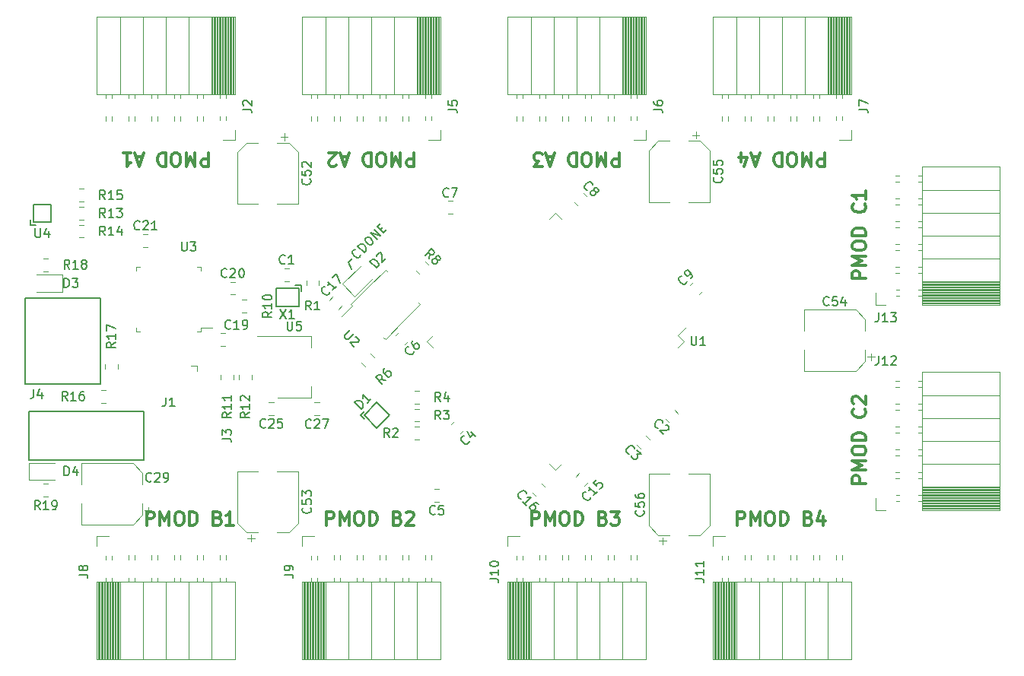
<source format=gto>
G04 #@! TF.GenerationSoftware,KiCad,Pcbnew,5.0.2+dfsg1-1*
G04 #@! TF.CreationDate,2020-03-15T18:18:09-04:00*
G04 #@! TF.ProjectId,hx4k_pmod,6878346b-5f70-46d6-9f64-2e6b69636164,rev?*
G04 #@! TF.SameCoordinates,Original*
G04 #@! TF.FileFunction,Legend,Top*
G04 #@! TF.FilePolarity,Positive*
%FSLAX46Y46*%
G04 Gerber Fmt 4.6, Leading zero omitted, Abs format (unit mm)*
G04 Created by KiCad (PCBNEW 5.0.2+dfsg1-1) date Sun 15 Mar 2020 06:18:09 PM EDT*
%MOMM*%
%LPD*%
G01*
G04 APERTURE LIST*
%ADD10C,0.200000*%
%ADD11C,0.300000*%
%ADD12C,0.150000*%
%ADD13C,0.120000*%
G04 APERTURE END LIST*
D10*
X59000000Y-48700000D02*
X59300000Y-49500000D01*
X59400000Y-48300000D02*
X59000000Y-48700000D01*
X60357190Y-47847885D02*
X60357190Y-47915228D01*
X60289847Y-48049915D01*
X60222503Y-48117259D01*
X60087816Y-48184602D01*
X59953129Y-48184602D01*
X59852114Y-48150931D01*
X59683755Y-48049915D01*
X59582740Y-47948900D01*
X59481725Y-47780541D01*
X59448053Y-47679526D01*
X59448053Y-47544839D01*
X59515397Y-47410152D01*
X59582740Y-47342809D01*
X59717427Y-47275465D01*
X59784771Y-47275465D01*
X60727580Y-47612183D02*
X60020473Y-46905076D01*
X60188832Y-46736717D01*
X60323519Y-46669374D01*
X60458206Y-46669374D01*
X60559221Y-46703045D01*
X60727580Y-46804061D01*
X60828595Y-46905076D01*
X60929610Y-47073435D01*
X60963282Y-47174450D01*
X60963282Y-47309137D01*
X60895938Y-47443824D01*
X60727580Y-47612183D01*
X60862267Y-46063282D02*
X60996954Y-45928595D01*
X61097969Y-45894923D01*
X61232656Y-45894923D01*
X61401015Y-45995938D01*
X61636717Y-46231641D01*
X61737732Y-46400000D01*
X61737732Y-46534687D01*
X61704061Y-46635702D01*
X61569374Y-46770389D01*
X61468358Y-46804061D01*
X61333671Y-46804061D01*
X61165312Y-46703045D01*
X60929610Y-46467343D01*
X60828595Y-46298984D01*
X60828595Y-46164297D01*
X60862267Y-46063282D01*
X62175465Y-46164297D02*
X61468358Y-45457190D01*
X62579526Y-45760236D01*
X61872419Y-45053129D01*
X62545854Y-45053129D02*
X62781557Y-44817427D01*
X63252961Y-45086801D02*
X62916244Y-45423519D01*
X62209137Y-44716412D01*
X62545854Y-44379694D01*
D11*
X116578571Y-73321428D02*
X115078571Y-73321428D01*
X115078571Y-72750000D01*
X115150000Y-72607142D01*
X115221428Y-72535714D01*
X115364285Y-72464285D01*
X115578571Y-72464285D01*
X115721428Y-72535714D01*
X115792857Y-72607142D01*
X115864285Y-72750000D01*
X115864285Y-73321428D01*
X116578571Y-71821428D02*
X115078571Y-71821428D01*
X116150000Y-71321428D01*
X115078571Y-70821428D01*
X116578571Y-70821428D01*
X115078571Y-69821428D02*
X115078571Y-69535714D01*
X115150000Y-69392857D01*
X115292857Y-69250000D01*
X115578571Y-69178571D01*
X116078571Y-69178571D01*
X116364285Y-69250000D01*
X116507142Y-69392857D01*
X116578571Y-69535714D01*
X116578571Y-69821428D01*
X116507142Y-69964285D01*
X116364285Y-70107142D01*
X116078571Y-70178571D01*
X115578571Y-70178571D01*
X115292857Y-70107142D01*
X115150000Y-69964285D01*
X115078571Y-69821428D01*
X116578571Y-68535714D02*
X115078571Y-68535714D01*
X115078571Y-68178571D01*
X115150000Y-67964285D01*
X115292857Y-67821428D01*
X115435714Y-67750000D01*
X115721428Y-67678571D01*
X115935714Y-67678571D01*
X116221428Y-67750000D01*
X116364285Y-67821428D01*
X116507142Y-67964285D01*
X116578571Y-68178571D01*
X116578571Y-68535714D01*
X116435714Y-65035714D02*
X116507142Y-65107142D01*
X116578571Y-65321428D01*
X116578571Y-65464285D01*
X116507142Y-65678571D01*
X116364285Y-65821428D01*
X116221428Y-65892857D01*
X115935714Y-65964285D01*
X115721428Y-65964285D01*
X115435714Y-65892857D01*
X115292857Y-65821428D01*
X115150000Y-65678571D01*
X115078571Y-65464285D01*
X115078571Y-65321428D01*
X115150000Y-65107142D01*
X115221428Y-65035714D01*
X115221428Y-64464285D02*
X115150000Y-64392857D01*
X115078571Y-64250000D01*
X115078571Y-63892857D01*
X115150000Y-63750000D01*
X115221428Y-63678571D01*
X115364285Y-63607142D01*
X115507142Y-63607142D01*
X115721428Y-63678571D01*
X116578571Y-64535714D01*
X116578571Y-63607142D01*
X116578571Y-50521428D02*
X115078571Y-50521428D01*
X115078571Y-49950000D01*
X115150000Y-49807142D01*
X115221428Y-49735714D01*
X115364285Y-49664285D01*
X115578571Y-49664285D01*
X115721428Y-49735714D01*
X115792857Y-49807142D01*
X115864285Y-49950000D01*
X115864285Y-50521428D01*
X116578571Y-49021428D02*
X115078571Y-49021428D01*
X116150000Y-48521428D01*
X115078571Y-48021428D01*
X116578571Y-48021428D01*
X115078571Y-47021428D02*
X115078571Y-46735714D01*
X115150000Y-46592857D01*
X115292857Y-46450000D01*
X115578571Y-46378571D01*
X116078571Y-46378571D01*
X116364285Y-46450000D01*
X116507142Y-46592857D01*
X116578571Y-46735714D01*
X116578571Y-47021428D01*
X116507142Y-47164285D01*
X116364285Y-47307142D01*
X116078571Y-47378571D01*
X115578571Y-47378571D01*
X115292857Y-47307142D01*
X115150000Y-47164285D01*
X115078571Y-47021428D01*
X116578571Y-45735714D02*
X115078571Y-45735714D01*
X115078571Y-45378571D01*
X115150000Y-45164285D01*
X115292857Y-45021428D01*
X115435714Y-44950000D01*
X115721428Y-44878571D01*
X115935714Y-44878571D01*
X116221428Y-44950000D01*
X116364285Y-45021428D01*
X116507142Y-45164285D01*
X116578571Y-45378571D01*
X116578571Y-45735714D01*
X116435714Y-42235714D02*
X116507142Y-42307142D01*
X116578571Y-42521428D01*
X116578571Y-42664285D01*
X116507142Y-42878571D01*
X116364285Y-43021428D01*
X116221428Y-43092857D01*
X115935714Y-43164285D01*
X115721428Y-43164285D01*
X115435714Y-43092857D01*
X115292857Y-43021428D01*
X115150000Y-42878571D01*
X115078571Y-42664285D01*
X115078571Y-42521428D01*
X115150000Y-42307142D01*
X115221428Y-42235714D01*
X116578571Y-40807142D02*
X116578571Y-41664285D01*
X116578571Y-41235714D02*
X115078571Y-41235714D01*
X115292857Y-41378571D01*
X115435714Y-41521428D01*
X115507142Y-41664285D01*
X102258571Y-77978571D02*
X102258571Y-76478571D01*
X102830000Y-76478571D01*
X102972857Y-76550000D01*
X103044285Y-76621428D01*
X103115714Y-76764285D01*
X103115714Y-76978571D01*
X103044285Y-77121428D01*
X102972857Y-77192857D01*
X102830000Y-77264285D01*
X102258571Y-77264285D01*
X103758571Y-77978571D02*
X103758571Y-76478571D01*
X104258571Y-77550000D01*
X104758571Y-76478571D01*
X104758571Y-77978571D01*
X105758571Y-76478571D02*
X106044285Y-76478571D01*
X106187142Y-76550000D01*
X106330000Y-76692857D01*
X106401428Y-76978571D01*
X106401428Y-77478571D01*
X106330000Y-77764285D01*
X106187142Y-77907142D01*
X106044285Y-77978571D01*
X105758571Y-77978571D01*
X105615714Y-77907142D01*
X105472857Y-77764285D01*
X105401428Y-77478571D01*
X105401428Y-76978571D01*
X105472857Y-76692857D01*
X105615714Y-76550000D01*
X105758571Y-76478571D01*
X107044285Y-77978571D02*
X107044285Y-76478571D01*
X107401428Y-76478571D01*
X107615714Y-76550000D01*
X107758571Y-76692857D01*
X107830000Y-76835714D01*
X107901428Y-77121428D01*
X107901428Y-77335714D01*
X107830000Y-77621428D01*
X107758571Y-77764285D01*
X107615714Y-77907142D01*
X107401428Y-77978571D01*
X107044285Y-77978571D01*
X110187142Y-77192857D02*
X110401428Y-77264285D01*
X110472857Y-77335714D01*
X110544285Y-77478571D01*
X110544285Y-77692857D01*
X110472857Y-77835714D01*
X110401428Y-77907142D01*
X110258571Y-77978571D01*
X109687142Y-77978571D01*
X109687142Y-76478571D01*
X110187142Y-76478571D01*
X110330000Y-76550000D01*
X110401428Y-76621428D01*
X110472857Y-76764285D01*
X110472857Y-76907142D01*
X110401428Y-77050000D01*
X110330000Y-77121428D01*
X110187142Y-77192857D01*
X109687142Y-77192857D01*
X111830000Y-76978571D02*
X111830000Y-77978571D01*
X111472857Y-76407142D02*
X111115714Y-77478571D01*
X112044285Y-77478571D01*
X79398571Y-77978571D02*
X79398571Y-76478571D01*
X79970000Y-76478571D01*
X80112857Y-76550000D01*
X80184285Y-76621428D01*
X80255714Y-76764285D01*
X80255714Y-76978571D01*
X80184285Y-77121428D01*
X80112857Y-77192857D01*
X79970000Y-77264285D01*
X79398571Y-77264285D01*
X80898571Y-77978571D02*
X80898571Y-76478571D01*
X81398571Y-77550000D01*
X81898571Y-76478571D01*
X81898571Y-77978571D01*
X82898571Y-76478571D02*
X83184285Y-76478571D01*
X83327142Y-76550000D01*
X83470000Y-76692857D01*
X83541428Y-76978571D01*
X83541428Y-77478571D01*
X83470000Y-77764285D01*
X83327142Y-77907142D01*
X83184285Y-77978571D01*
X82898571Y-77978571D01*
X82755714Y-77907142D01*
X82612857Y-77764285D01*
X82541428Y-77478571D01*
X82541428Y-76978571D01*
X82612857Y-76692857D01*
X82755714Y-76550000D01*
X82898571Y-76478571D01*
X84184285Y-77978571D02*
X84184285Y-76478571D01*
X84541428Y-76478571D01*
X84755714Y-76550000D01*
X84898571Y-76692857D01*
X84970000Y-76835714D01*
X85041428Y-77121428D01*
X85041428Y-77335714D01*
X84970000Y-77621428D01*
X84898571Y-77764285D01*
X84755714Y-77907142D01*
X84541428Y-77978571D01*
X84184285Y-77978571D01*
X87327142Y-77192857D02*
X87541428Y-77264285D01*
X87612857Y-77335714D01*
X87684285Y-77478571D01*
X87684285Y-77692857D01*
X87612857Y-77835714D01*
X87541428Y-77907142D01*
X87398571Y-77978571D01*
X86827142Y-77978571D01*
X86827142Y-76478571D01*
X87327142Y-76478571D01*
X87470000Y-76550000D01*
X87541428Y-76621428D01*
X87612857Y-76764285D01*
X87612857Y-76907142D01*
X87541428Y-77050000D01*
X87470000Y-77121428D01*
X87327142Y-77192857D01*
X86827142Y-77192857D01*
X88184285Y-76478571D02*
X89112857Y-76478571D01*
X88612857Y-77050000D01*
X88827142Y-77050000D01*
X88970000Y-77121428D01*
X89041428Y-77192857D01*
X89112857Y-77335714D01*
X89112857Y-77692857D01*
X89041428Y-77835714D01*
X88970000Y-77907142D01*
X88827142Y-77978571D01*
X88398571Y-77978571D01*
X88255714Y-77907142D01*
X88184285Y-77835714D01*
X56538571Y-77978571D02*
X56538571Y-76478571D01*
X57110000Y-76478571D01*
X57252857Y-76550000D01*
X57324285Y-76621428D01*
X57395714Y-76764285D01*
X57395714Y-76978571D01*
X57324285Y-77121428D01*
X57252857Y-77192857D01*
X57110000Y-77264285D01*
X56538571Y-77264285D01*
X58038571Y-77978571D02*
X58038571Y-76478571D01*
X58538571Y-77550000D01*
X59038571Y-76478571D01*
X59038571Y-77978571D01*
X60038571Y-76478571D02*
X60324285Y-76478571D01*
X60467142Y-76550000D01*
X60610000Y-76692857D01*
X60681428Y-76978571D01*
X60681428Y-77478571D01*
X60610000Y-77764285D01*
X60467142Y-77907142D01*
X60324285Y-77978571D01*
X60038571Y-77978571D01*
X59895714Y-77907142D01*
X59752857Y-77764285D01*
X59681428Y-77478571D01*
X59681428Y-76978571D01*
X59752857Y-76692857D01*
X59895714Y-76550000D01*
X60038571Y-76478571D01*
X61324285Y-77978571D02*
X61324285Y-76478571D01*
X61681428Y-76478571D01*
X61895714Y-76550000D01*
X62038571Y-76692857D01*
X62110000Y-76835714D01*
X62181428Y-77121428D01*
X62181428Y-77335714D01*
X62110000Y-77621428D01*
X62038571Y-77764285D01*
X61895714Y-77907142D01*
X61681428Y-77978571D01*
X61324285Y-77978571D01*
X64467142Y-77192857D02*
X64681428Y-77264285D01*
X64752857Y-77335714D01*
X64824285Y-77478571D01*
X64824285Y-77692857D01*
X64752857Y-77835714D01*
X64681428Y-77907142D01*
X64538571Y-77978571D01*
X63967142Y-77978571D01*
X63967142Y-76478571D01*
X64467142Y-76478571D01*
X64610000Y-76550000D01*
X64681428Y-76621428D01*
X64752857Y-76764285D01*
X64752857Y-76907142D01*
X64681428Y-77050000D01*
X64610000Y-77121428D01*
X64467142Y-77192857D01*
X63967142Y-77192857D01*
X65395714Y-76621428D02*
X65467142Y-76550000D01*
X65610000Y-76478571D01*
X65967142Y-76478571D01*
X66110000Y-76550000D01*
X66181428Y-76621428D01*
X66252857Y-76764285D01*
X66252857Y-76907142D01*
X66181428Y-77121428D01*
X65324285Y-77978571D01*
X66252857Y-77978571D01*
X36528571Y-77978571D02*
X36528571Y-76478571D01*
X37100000Y-76478571D01*
X37242857Y-76550000D01*
X37314285Y-76621428D01*
X37385714Y-76764285D01*
X37385714Y-76978571D01*
X37314285Y-77121428D01*
X37242857Y-77192857D01*
X37100000Y-77264285D01*
X36528571Y-77264285D01*
X38028571Y-77978571D02*
X38028571Y-76478571D01*
X38528571Y-77550000D01*
X39028571Y-76478571D01*
X39028571Y-77978571D01*
X40028571Y-76478571D02*
X40314285Y-76478571D01*
X40457142Y-76550000D01*
X40600000Y-76692857D01*
X40671428Y-76978571D01*
X40671428Y-77478571D01*
X40600000Y-77764285D01*
X40457142Y-77907142D01*
X40314285Y-77978571D01*
X40028571Y-77978571D01*
X39885714Y-77907142D01*
X39742857Y-77764285D01*
X39671428Y-77478571D01*
X39671428Y-76978571D01*
X39742857Y-76692857D01*
X39885714Y-76550000D01*
X40028571Y-76478571D01*
X41314285Y-77978571D02*
X41314285Y-76478571D01*
X41671428Y-76478571D01*
X41885714Y-76550000D01*
X42028571Y-76692857D01*
X42100000Y-76835714D01*
X42171428Y-77121428D01*
X42171428Y-77335714D01*
X42100000Y-77621428D01*
X42028571Y-77764285D01*
X41885714Y-77907142D01*
X41671428Y-77978571D01*
X41314285Y-77978571D01*
X44457142Y-77192857D02*
X44671428Y-77264285D01*
X44742857Y-77335714D01*
X44814285Y-77478571D01*
X44814285Y-77692857D01*
X44742857Y-77835714D01*
X44671428Y-77907142D01*
X44528571Y-77978571D01*
X43957142Y-77978571D01*
X43957142Y-76478571D01*
X44457142Y-76478571D01*
X44600000Y-76550000D01*
X44671428Y-76621428D01*
X44742857Y-76764285D01*
X44742857Y-76907142D01*
X44671428Y-77050000D01*
X44600000Y-77121428D01*
X44457142Y-77192857D01*
X43957142Y-77192857D01*
X46242857Y-77978571D02*
X45385714Y-77978571D01*
X45814285Y-77978571D02*
X45814285Y-76478571D01*
X45671428Y-76692857D01*
X45528571Y-76835714D01*
X45385714Y-76907142D01*
X111994285Y-36521428D02*
X111994285Y-38021428D01*
X111422857Y-38021428D01*
X111280000Y-37950000D01*
X111208571Y-37878571D01*
X111137142Y-37735714D01*
X111137142Y-37521428D01*
X111208571Y-37378571D01*
X111280000Y-37307142D01*
X111422857Y-37235714D01*
X111994285Y-37235714D01*
X110494285Y-36521428D02*
X110494285Y-38021428D01*
X109994285Y-36950000D01*
X109494285Y-38021428D01*
X109494285Y-36521428D01*
X108494285Y-38021428D02*
X108208571Y-38021428D01*
X108065714Y-37950000D01*
X107922857Y-37807142D01*
X107851428Y-37521428D01*
X107851428Y-37021428D01*
X107922857Y-36735714D01*
X108065714Y-36592857D01*
X108208571Y-36521428D01*
X108494285Y-36521428D01*
X108637142Y-36592857D01*
X108780000Y-36735714D01*
X108851428Y-37021428D01*
X108851428Y-37521428D01*
X108780000Y-37807142D01*
X108637142Y-37950000D01*
X108494285Y-38021428D01*
X107208571Y-36521428D02*
X107208571Y-38021428D01*
X106851428Y-38021428D01*
X106637142Y-37950000D01*
X106494285Y-37807142D01*
X106422857Y-37664285D01*
X106351428Y-37378571D01*
X106351428Y-37164285D01*
X106422857Y-36878571D01*
X106494285Y-36735714D01*
X106637142Y-36592857D01*
X106851428Y-36521428D01*
X107208571Y-36521428D01*
X104637142Y-36950000D02*
X103922857Y-36950000D01*
X104780000Y-36521428D02*
X104280000Y-38021428D01*
X103780000Y-36521428D01*
X102637142Y-37521428D02*
X102637142Y-36521428D01*
X102994285Y-38092857D02*
X103351428Y-37021428D01*
X102422857Y-37021428D01*
X89134285Y-36521428D02*
X89134285Y-38021428D01*
X88562857Y-38021428D01*
X88420000Y-37950000D01*
X88348571Y-37878571D01*
X88277142Y-37735714D01*
X88277142Y-37521428D01*
X88348571Y-37378571D01*
X88420000Y-37307142D01*
X88562857Y-37235714D01*
X89134285Y-37235714D01*
X87634285Y-36521428D02*
X87634285Y-38021428D01*
X87134285Y-36950000D01*
X86634285Y-38021428D01*
X86634285Y-36521428D01*
X85634285Y-38021428D02*
X85348571Y-38021428D01*
X85205714Y-37950000D01*
X85062857Y-37807142D01*
X84991428Y-37521428D01*
X84991428Y-37021428D01*
X85062857Y-36735714D01*
X85205714Y-36592857D01*
X85348571Y-36521428D01*
X85634285Y-36521428D01*
X85777142Y-36592857D01*
X85920000Y-36735714D01*
X85991428Y-37021428D01*
X85991428Y-37521428D01*
X85920000Y-37807142D01*
X85777142Y-37950000D01*
X85634285Y-38021428D01*
X84348571Y-36521428D02*
X84348571Y-38021428D01*
X83991428Y-38021428D01*
X83777142Y-37950000D01*
X83634285Y-37807142D01*
X83562857Y-37664285D01*
X83491428Y-37378571D01*
X83491428Y-37164285D01*
X83562857Y-36878571D01*
X83634285Y-36735714D01*
X83777142Y-36592857D01*
X83991428Y-36521428D01*
X84348571Y-36521428D01*
X81777142Y-36950000D02*
X81062857Y-36950000D01*
X81920000Y-36521428D02*
X81420000Y-38021428D01*
X80920000Y-36521428D01*
X80562857Y-38021428D02*
X79634285Y-38021428D01*
X80134285Y-37450000D01*
X79920000Y-37450000D01*
X79777142Y-37378571D01*
X79705714Y-37307142D01*
X79634285Y-37164285D01*
X79634285Y-36807142D01*
X79705714Y-36664285D01*
X79777142Y-36592857D01*
X79920000Y-36521428D01*
X80348571Y-36521428D01*
X80491428Y-36592857D01*
X80562857Y-36664285D01*
X66274285Y-36521428D02*
X66274285Y-38021428D01*
X65702857Y-38021428D01*
X65559999Y-37950000D01*
X65488571Y-37878571D01*
X65417142Y-37735714D01*
X65417142Y-37521428D01*
X65488571Y-37378571D01*
X65559999Y-37307142D01*
X65702857Y-37235714D01*
X66274285Y-37235714D01*
X64774285Y-36521428D02*
X64774285Y-38021428D01*
X64274285Y-36950000D01*
X63774285Y-38021428D01*
X63774285Y-36521428D01*
X62774285Y-38021428D02*
X62488571Y-38021428D01*
X62345714Y-37950000D01*
X62202857Y-37807142D01*
X62131428Y-37521428D01*
X62131428Y-37021428D01*
X62202857Y-36735714D01*
X62345714Y-36592857D01*
X62488571Y-36521428D01*
X62774285Y-36521428D01*
X62917142Y-36592857D01*
X63060000Y-36735714D01*
X63131428Y-37021428D01*
X63131428Y-37521428D01*
X63060000Y-37807142D01*
X62917142Y-37950000D01*
X62774285Y-38021428D01*
X61488571Y-36521428D02*
X61488571Y-38021428D01*
X61131428Y-38021428D01*
X60917142Y-37950000D01*
X60774285Y-37807142D01*
X60702857Y-37664285D01*
X60631428Y-37378571D01*
X60631428Y-37164285D01*
X60702857Y-36878571D01*
X60774285Y-36735714D01*
X60917142Y-36592857D01*
X61131428Y-36521428D01*
X61488571Y-36521428D01*
X58917142Y-36950000D02*
X58202857Y-36950000D01*
X59060000Y-36521428D02*
X58560000Y-38021428D01*
X58060000Y-36521428D01*
X57631428Y-37878571D02*
X57560000Y-37950000D01*
X57417142Y-38021428D01*
X57060000Y-38021428D01*
X56917142Y-37950000D01*
X56845714Y-37878571D01*
X56774285Y-37735714D01*
X56774285Y-37592857D01*
X56845714Y-37378571D01*
X57702857Y-36521428D01*
X56774285Y-36521428D01*
X43414285Y-36521428D02*
X43414285Y-38021428D01*
X42842857Y-38021428D01*
X42699999Y-37950000D01*
X42628571Y-37878571D01*
X42557142Y-37735714D01*
X42557142Y-37521428D01*
X42628571Y-37378571D01*
X42699999Y-37307142D01*
X42842857Y-37235714D01*
X43414285Y-37235714D01*
X41914285Y-36521428D02*
X41914285Y-38021428D01*
X41414285Y-36950000D01*
X40914285Y-38021428D01*
X40914285Y-36521428D01*
X39914285Y-38021428D02*
X39628571Y-38021428D01*
X39485714Y-37950000D01*
X39342857Y-37807142D01*
X39271428Y-37521428D01*
X39271428Y-37021428D01*
X39342857Y-36735714D01*
X39485714Y-36592857D01*
X39628571Y-36521428D01*
X39914285Y-36521428D01*
X40057142Y-36592857D01*
X40200000Y-36735714D01*
X40271428Y-37021428D01*
X40271428Y-37521428D01*
X40200000Y-37807142D01*
X40057142Y-37950000D01*
X39914285Y-38021428D01*
X38628571Y-36521428D02*
X38628571Y-38021428D01*
X38271428Y-38021428D01*
X38057142Y-37950000D01*
X37914285Y-37807142D01*
X37842857Y-37664285D01*
X37771428Y-37378571D01*
X37771428Y-37164285D01*
X37842857Y-36878571D01*
X37914285Y-36735714D01*
X38057142Y-36592857D01*
X38271428Y-36521428D01*
X38628571Y-36521428D01*
X36057142Y-36950000D02*
X35342857Y-36950000D01*
X36200000Y-36521428D02*
X35700000Y-38021428D01*
X35200000Y-36521428D01*
X33914285Y-36521428D02*
X34771428Y-36521428D01*
X34342857Y-36521428D02*
X34342857Y-38021428D01*
X34485714Y-37807142D01*
X34628571Y-37664285D01*
X34771428Y-37592857D01*
D12*
G04 #@! TO.C,U4*
X25900000Y-42250000D02*
X25900000Y-44250000D01*
X23600000Y-44550000D02*
X23600000Y-43950000D01*
X23600000Y-44550000D02*
X24200000Y-44550000D01*
X25900000Y-44250000D02*
X23900000Y-44250000D01*
X23900000Y-44250000D02*
X23900000Y-42250000D01*
X23900000Y-42250000D02*
X25900000Y-42250000D01*
G04 #@! TO.C,D1*
X63564214Y-65750000D02*
X62150000Y-67164214D01*
X60311522Y-65750000D02*
X60735786Y-65325736D01*
X60311522Y-65750000D02*
X60735786Y-66174264D01*
X62150000Y-67164214D02*
X60735786Y-65750000D01*
X60735786Y-65750000D02*
X62150000Y-64335786D01*
X62150000Y-64335786D02*
X63564214Y-65750000D01*
G04 #@! TO.C,X1*
X53700000Y-51300000D02*
X53700000Y-51900000D01*
X53100000Y-51300000D02*
X53700000Y-51300000D01*
X50950000Y-51600000D02*
X50950000Y-53600000D01*
X50950000Y-53600000D02*
X53450000Y-53600000D01*
X53450000Y-51600000D02*
X53450000Y-53600000D01*
X50950000Y-51600000D02*
X53450000Y-51600000D01*
G04 #@! TO.C,J3*
X23400000Y-65300000D02*
X23400000Y-70700000D01*
X36200000Y-70700000D02*
X23400000Y-70700000D01*
X36200000Y-65300000D02*
X23400000Y-65300000D01*
X36200000Y-65300000D02*
X36200000Y-70700000D01*
D13*
G04 #@! TO.C,D4*
X26325000Y-71040000D02*
X23465000Y-71040000D01*
X23465000Y-71040000D02*
X23465000Y-72960000D01*
X23465000Y-72960000D02*
X26325000Y-72960000D01*
G04 #@! TO.C,R19*
X25038748Y-73390000D02*
X25561252Y-73390000D01*
X25038748Y-74810000D02*
X25561252Y-74810000D01*
G04 #@! TO.C,C55*
X98041250Y-34556250D02*
X97253750Y-34556250D01*
X97647500Y-34162500D02*
X97647500Y-34950000D01*
X93454437Y-35190000D02*
X92390000Y-36254437D01*
X98145563Y-35190000D02*
X99210000Y-36254437D01*
X98145563Y-35190000D02*
X96860000Y-35190000D01*
X93454437Y-35190000D02*
X94740000Y-35190000D01*
X92390000Y-36254437D02*
X92390000Y-42010000D01*
X99210000Y-36254437D02*
X99210000Y-42010000D01*
X99210000Y-42010000D02*
X96860000Y-42010000D01*
X92390000Y-42010000D02*
X94740000Y-42010000D01*
G04 #@! TO.C,C56*
X99210000Y-72290000D02*
X96860000Y-72290000D01*
X92390000Y-72290000D02*
X94740000Y-72290000D01*
X92390000Y-78045563D02*
X92390000Y-72290000D01*
X99210000Y-78045563D02*
X99210000Y-72290000D01*
X98145563Y-79110000D02*
X96860000Y-79110000D01*
X93454437Y-79110000D02*
X94740000Y-79110000D01*
X93454437Y-79110000D02*
X92390000Y-78045563D01*
X98145563Y-79110000D02*
X99210000Y-78045563D01*
X93952500Y-80137500D02*
X93952500Y-79350000D01*
X93558750Y-79743750D02*
X94346250Y-79743750D01*
G04 #@! TO.C,C52*
X46590000Y-42210000D02*
X48940000Y-42210000D01*
X53410000Y-42210000D02*
X51060000Y-42210000D01*
X53410000Y-36454437D02*
X53410000Y-42210000D01*
X46590000Y-36454437D02*
X46590000Y-42210000D01*
X47654437Y-35390000D02*
X48940000Y-35390000D01*
X52345563Y-35390000D02*
X51060000Y-35390000D01*
X52345563Y-35390000D02*
X53410000Y-36454437D01*
X47654437Y-35390000D02*
X46590000Y-36454437D01*
X51847500Y-34362500D02*
X51847500Y-35150000D01*
X52241250Y-34756250D02*
X51453750Y-34756250D01*
G04 #@! TO.C,C53*
X47758750Y-79443750D02*
X48546250Y-79443750D01*
X48152500Y-79837500D02*
X48152500Y-79050000D01*
X52345563Y-78810000D02*
X53410000Y-77745563D01*
X47654437Y-78810000D02*
X46590000Y-77745563D01*
X47654437Y-78810000D02*
X48940000Y-78810000D01*
X52345563Y-78810000D02*
X51060000Y-78810000D01*
X53410000Y-77745563D02*
X53410000Y-71990000D01*
X46590000Y-77745563D02*
X46590000Y-71990000D01*
X46590000Y-71990000D02*
X48940000Y-71990000D01*
X53410000Y-71990000D02*
X51060000Y-71990000D01*
G04 #@! TO.C,C54*
X109690000Y-53990000D02*
X109690000Y-56340000D01*
X109690000Y-60810000D02*
X109690000Y-58460000D01*
X115445563Y-60810000D02*
X109690000Y-60810000D01*
X115445563Y-53990000D02*
X109690000Y-53990000D01*
X116510000Y-55054437D02*
X116510000Y-56340000D01*
X116510000Y-59745563D02*
X116510000Y-58460000D01*
X116510000Y-59745563D02*
X115445563Y-60810000D01*
X116510000Y-55054437D02*
X115445563Y-53990000D01*
X117537500Y-59247500D02*
X116750000Y-59247500D01*
X117143750Y-59641250D02*
X117143750Y-58853750D01*
G04 #@! TO.C,C29*
X29240000Y-71090000D02*
X29240000Y-73440000D01*
X29240000Y-77910000D02*
X29240000Y-75560000D01*
X34995563Y-77910000D02*
X29240000Y-77910000D01*
X34995563Y-71090000D02*
X29240000Y-71090000D01*
X36060000Y-72154437D02*
X36060000Y-73440000D01*
X36060000Y-76845563D02*
X36060000Y-75560000D01*
X36060000Y-76845563D02*
X34995563Y-77910000D01*
X36060000Y-72154437D02*
X34995563Y-71090000D01*
X37087500Y-76347500D02*
X36300000Y-76347500D01*
X36693750Y-76741250D02*
X36693750Y-75953750D01*
G04 #@! TO.C,D3*
X24300000Y-52010000D02*
X27160000Y-52010000D01*
X27160000Y-52010000D02*
X27160000Y-50090000D01*
X27160000Y-50090000D02*
X24300000Y-50090000D01*
G04 #@! TO.C,R18*
X25561252Y-49710000D02*
X25038748Y-49710000D01*
X25561252Y-48290000D02*
X25038748Y-48290000D01*
G04 #@! TO.C,J12*
X118800000Y-76290000D02*
X117690000Y-76290000D01*
X117690000Y-76290000D02*
X117690000Y-74960000D01*
X131430000Y-76290000D02*
X131430000Y-60930000D01*
X131430000Y-60930000D02*
X122800000Y-60930000D01*
X122800000Y-76290000D02*
X122800000Y-60930000D01*
X131430000Y-76290000D02*
X122800000Y-76290000D01*
X131430000Y-63530000D02*
X122800000Y-63530000D01*
X131430000Y-66070000D02*
X122800000Y-66070000D01*
X131430000Y-68610000D02*
X122800000Y-68610000D01*
X131430000Y-71150000D02*
X122800000Y-71150000D01*
X131430000Y-73690000D02*
X122800000Y-73690000D01*
X120290000Y-61900000D02*
X119850000Y-61900000D01*
X122800000Y-61900000D02*
X122390000Y-61900000D01*
X120290000Y-62620000D02*
X119850000Y-62620000D01*
X122800000Y-62620000D02*
X122390000Y-62620000D01*
X120290000Y-64440000D02*
X119850000Y-64440000D01*
X122800000Y-64440000D02*
X122390000Y-64440000D01*
X120290000Y-65160000D02*
X119850000Y-65160000D01*
X122800000Y-65160000D02*
X122390000Y-65160000D01*
X120290000Y-66980000D02*
X119850000Y-66980000D01*
X122800000Y-66980000D02*
X122390000Y-66980000D01*
X120290000Y-67700000D02*
X119850000Y-67700000D01*
X122800000Y-67700000D02*
X122390000Y-67700000D01*
X120290000Y-69520000D02*
X119850000Y-69520000D01*
X122800000Y-69520000D02*
X122390000Y-69520000D01*
X120290000Y-70240000D02*
X119850000Y-70240000D01*
X122800000Y-70240000D02*
X122390000Y-70240000D01*
X120290000Y-72060000D02*
X119850000Y-72060000D01*
X122800000Y-72060000D02*
X122390000Y-72060000D01*
X120290000Y-72780000D02*
X119850000Y-72780000D01*
X122800000Y-72780000D02*
X122390000Y-72780000D01*
X120290000Y-74600000D02*
X119910000Y-74600000D01*
X122800000Y-74600000D02*
X122390000Y-74600000D01*
X120290000Y-75320000D02*
X119910000Y-75320000D01*
X122800000Y-75320000D02*
X122390000Y-75320000D01*
X131430000Y-73808100D02*
X122800000Y-73808100D01*
X131430000Y-73926195D02*
X122800000Y-73926195D01*
X131430000Y-74044290D02*
X122800000Y-74044290D01*
X131430000Y-74162385D02*
X122800000Y-74162385D01*
X131430000Y-74280480D02*
X122800000Y-74280480D01*
X131430000Y-74398575D02*
X122800000Y-74398575D01*
X131430000Y-74516670D02*
X122800000Y-74516670D01*
X131430000Y-74634765D02*
X122800000Y-74634765D01*
X131430000Y-74752860D02*
X122800000Y-74752860D01*
X131430000Y-74870955D02*
X122800000Y-74870955D01*
X131430000Y-74989050D02*
X122800000Y-74989050D01*
X131430000Y-75107145D02*
X122800000Y-75107145D01*
X131430000Y-75225240D02*
X122800000Y-75225240D01*
X131430000Y-75343335D02*
X122800000Y-75343335D01*
X131430000Y-75461430D02*
X122800000Y-75461430D01*
X131430000Y-75579525D02*
X122800000Y-75579525D01*
X131430000Y-75697620D02*
X122800000Y-75697620D01*
X131430000Y-75815715D02*
X122800000Y-75815715D01*
X131430000Y-75933810D02*
X122800000Y-75933810D01*
X131430000Y-76051905D02*
X122800000Y-76051905D01*
X131430000Y-76170000D02*
X122800000Y-76170000D01*
G04 #@! TO.C,J13*
X118800000Y-53430000D02*
X117690000Y-53430000D01*
X117690000Y-53430000D02*
X117690000Y-52100000D01*
X131430000Y-53430000D02*
X131430000Y-38070000D01*
X131430000Y-38070000D02*
X122800000Y-38070000D01*
X122800000Y-53430000D02*
X122800000Y-38070000D01*
X131430000Y-53430000D02*
X122800000Y-53430000D01*
X131430000Y-40670000D02*
X122800000Y-40670000D01*
X131430000Y-43210000D02*
X122800000Y-43210000D01*
X131430000Y-45750000D02*
X122800000Y-45750000D01*
X131430000Y-48290000D02*
X122800000Y-48290000D01*
X131430000Y-50830000D02*
X122800000Y-50830000D01*
X120290000Y-39040000D02*
X119850000Y-39040000D01*
X122800000Y-39040000D02*
X122390000Y-39040000D01*
X120290000Y-39760000D02*
X119850000Y-39760000D01*
X122800000Y-39760000D02*
X122390000Y-39760000D01*
X120290000Y-41580000D02*
X119850000Y-41580000D01*
X122800000Y-41580000D02*
X122390000Y-41580000D01*
X120290000Y-42300000D02*
X119850000Y-42300000D01*
X122800000Y-42300000D02*
X122390000Y-42300000D01*
X120290000Y-44120000D02*
X119850000Y-44120000D01*
X122800000Y-44120000D02*
X122390000Y-44120000D01*
X120290000Y-44840000D02*
X119850000Y-44840000D01*
X122800000Y-44840000D02*
X122390000Y-44840000D01*
X120290000Y-46660000D02*
X119850000Y-46660000D01*
X122800000Y-46660000D02*
X122390000Y-46660000D01*
X120290000Y-47380000D02*
X119850000Y-47380000D01*
X122800000Y-47380000D02*
X122390000Y-47380000D01*
X120290000Y-49200000D02*
X119850000Y-49200000D01*
X122800000Y-49200000D02*
X122390000Y-49200000D01*
X120290000Y-49920000D02*
X119850000Y-49920000D01*
X122800000Y-49920000D02*
X122390000Y-49920000D01*
X120290000Y-51740000D02*
X119910000Y-51740000D01*
X122800000Y-51740000D02*
X122390000Y-51740000D01*
X120290000Y-52460000D02*
X119910000Y-52460000D01*
X122800000Y-52460000D02*
X122390000Y-52460000D01*
X131430000Y-50948100D02*
X122800000Y-50948100D01*
X131430000Y-51066195D02*
X122800000Y-51066195D01*
X131430000Y-51184290D02*
X122800000Y-51184290D01*
X131430000Y-51302385D02*
X122800000Y-51302385D01*
X131430000Y-51420480D02*
X122800000Y-51420480D01*
X131430000Y-51538575D02*
X122800000Y-51538575D01*
X131430000Y-51656670D02*
X122800000Y-51656670D01*
X131430000Y-51774765D02*
X122800000Y-51774765D01*
X131430000Y-51892860D02*
X122800000Y-51892860D01*
X131430000Y-52010955D02*
X122800000Y-52010955D01*
X131430000Y-52129050D02*
X122800000Y-52129050D01*
X131430000Y-52247145D02*
X122800000Y-52247145D01*
X131430000Y-52365240D02*
X122800000Y-52365240D01*
X131430000Y-52483335D02*
X122800000Y-52483335D01*
X131430000Y-52601430D02*
X122800000Y-52601430D01*
X131430000Y-52719525D02*
X122800000Y-52719525D01*
X131430000Y-52837620D02*
X122800000Y-52837620D01*
X131430000Y-52955715D02*
X122800000Y-52955715D01*
X131430000Y-53073810D02*
X122800000Y-53073810D01*
X131430000Y-53191905D02*
X122800000Y-53191905D01*
X131430000Y-53310000D02*
X122800000Y-53310000D01*
G04 #@! TO.C,J2*
X46210000Y-21370000D02*
X46210000Y-30000000D01*
X46091905Y-21370000D02*
X46091905Y-30000000D01*
X45973810Y-21370000D02*
X45973810Y-30000000D01*
X45855715Y-21370000D02*
X45855715Y-30000000D01*
X45737620Y-21370000D02*
X45737620Y-30000000D01*
X45619525Y-21370000D02*
X45619525Y-30000000D01*
X45501430Y-21370000D02*
X45501430Y-30000000D01*
X45383335Y-21370000D02*
X45383335Y-30000000D01*
X45265240Y-21370000D02*
X45265240Y-30000000D01*
X45147145Y-21370000D02*
X45147145Y-30000000D01*
X45029050Y-21370000D02*
X45029050Y-30000000D01*
X44910955Y-21370000D02*
X44910955Y-30000000D01*
X44792860Y-21370000D02*
X44792860Y-30000000D01*
X44674765Y-21370000D02*
X44674765Y-30000000D01*
X44556670Y-21370000D02*
X44556670Y-30000000D01*
X44438575Y-21370000D02*
X44438575Y-30000000D01*
X44320480Y-21370000D02*
X44320480Y-30000000D01*
X44202385Y-21370000D02*
X44202385Y-30000000D01*
X44084290Y-21370000D02*
X44084290Y-30000000D01*
X43966195Y-21370000D02*
X43966195Y-30000000D01*
X43848100Y-21370000D02*
X43848100Y-30000000D01*
X45360000Y-30000000D02*
X45360000Y-30410000D01*
X45360000Y-32510000D02*
X45360000Y-32890000D01*
X44640000Y-30000000D02*
X44640000Y-30410000D01*
X44640000Y-32510000D02*
X44640000Y-32890000D01*
X42820000Y-30000000D02*
X42820000Y-30410000D01*
X42820000Y-32510000D02*
X42820000Y-32950000D01*
X42100000Y-30000000D02*
X42100000Y-30410000D01*
X42100000Y-32510000D02*
X42100000Y-32950000D01*
X40280000Y-30000000D02*
X40280000Y-30410000D01*
X40280000Y-32510000D02*
X40280000Y-32950000D01*
X39560000Y-30000000D02*
X39560000Y-30410000D01*
X39560000Y-32510000D02*
X39560000Y-32950000D01*
X37740000Y-30000000D02*
X37740000Y-30410000D01*
X37740000Y-32510000D02*
X37740000Y-32950000D01*
X37020000Y-30000000D02*
X37020000Y-30410000D01*
X37020000Y-32510000D02*
X37020000Y-32950000D01*
X35200000Y-30000000D02*
X35200000Y-30410000D01*
X35200000Y-32510000D02*
X35200000Y-32950000D01*
X34480000Y-30000000D02*
X34480000Y-30410000D01*
X34480000Y-32510000D02*
X34480000Y-32950000D01*
X32660000Y-30000000D02*
X32660000Y-30410000D01*
X32660000Y-32510000D02*
X32660000Y-32950000D01*
X31940000Y-30000000D02*
X31940000Y-30410000D01*
X31940000Y-32510000D02*
X31940000Y-32950000D01*
X43730000Y-21370000D02*
X43730000Y-30000000D01*
X41190000Y-21370000D02*
X41190000Y-30000000D01*
X38650000Y-21370000D02*
X38650000Y-30000000D01*
X36110000Y-21370000D02*
X36110000Y-30000000D01*
X33570000Y-21370000D02*
X33570000Y-30000000D01*
X46330000Y-21370000D02*
X46330000Y-30000000D01*
X46330000Y-30000000D02*
X30970000Y-30000000D01*
X30970000Y-21370000D02*
X30970000Y-30000000D01*
X46330000Y-21370000D02*
X30970000Y-21370000D01*
X46330000Y-35110000D02*
X45000000Y-35110000D01*
X46330000Y-34000000D02*
X46330000Y-35110000D01*
G04 #@! TO.C,J5*
X69070000Y-21370000D02*
X69070000Y-30000000D01*
X68951905Y-21370000D02*
X68951905Y-30000000D01*
X68833810Y-21370000D02*
X68833810Y-30000000D01*
X68715715Y-21370000D02*
X68715715Y-30000000D01*
X68597620Y-21370000D02*
X68597620Y-30000000D01*
X68479525Y-21370000D02*
X68479525Y-30000000D01*
X68361430Y-21370000D02*
X68361430Y-30000000D01*
X68243335Y-21370000D02*
X68243335Y-30000000D01*
X68125240Y-21370000D02*
X68125240Y-30000000D01*
X68007145Y-21370000D02*
X68007145Y-30000000D01*
X67889050Y-21370000D02*
X67889050Y-30000000D01*
X67770955Y-21370000D02*
X67770955Y-30000000D01*
X67652860Y-21370000D02*
X67652860Y-30000000D01*
X67534765Y-21370000D02*
X67534765Y-30000000D01*
X67416670Y-21370000D02*
X67416670Y-30000000D01*
X67298575Y-21370000D02*
X67298575Y-30000000D01*
X67180480Y-21370000D02*
X67180480Y-30000000D01*
X67062385Y-21370000D02*
X67062385Y-30000000D01*
X66944290Y-21370000D02*
X66944290Y-30000000D01*
X66826195Y-21370000D02*
X66826195Y-30000000D01*
X66708100Y-21370000D02*
X66708100Y-30000000D01*
X68220000Y-30000000D02*
X68220000Y-30410000D01*
X68220000Y-32510000D02*
X68220000Y-32890000D01*
X67500000Y-30000000D02*
X67500000Y-30410000D01*
X67500000Y-32510000D02*
X67500000Y-32890000D01*
X65680000Y-30000000D02*
X65680000Y-30410000D01*
X65680000Y-32510000D02*
X65680000Y-32950000D01*
X64960000Y-30000000D02*
X64960000Y-30410000D01*
X64960000Y-32510000D02*
X64960000Y-32950000D01*
X63140000Y-30000000D02*
X63140000Y-30410000D01*
X63140000Y-32510000D02*
X63140000Y-32950000D01*
X62420000Y-30000000D02*
X62420000Y-30410000D01*
X62420000Y-32510000D02*
X62420000Y-32950000D01*
X60600000Y-30000000D02*
X60600000Y-30410000D01*
X60600000Y-32510000D02*
X60600000Y-32950000D01*
X59880000Y-30000000D02*
X59880000Y-30410000D01*
X59880000Y-32510000D02*
X59880000Y-32950000D01*
X58060000Y-30000000D02*
X58060000Y-30410000D01*
X58060000Y-32510000D02*
X58060000Y-32950000D01*
X57340000Y-30000000D02*
X57340000Y-30410000D01*
X57340000Y-32510000D02*
X57340000Y-32950000D01*
X55520000Y-30000000D02*
X55520000Y-30410000D01*
X55520000Y-32510000D02*
X55520000Y-32950000D01*
X54800000Y-30000000D02*
X54800000Y-30410000D01*
X54800000Y-32510000D02*
X54800000Y-32950000D01*
X66590000Y-21370000D02*
X66590000Y-30000000D01*
X64050000Y-21370000D02*
X64050000Y-30000000D01*
X61510000Y-21370000D02*
X61510000Y-30000000D01*
X58970000Y-21370000D02*
X58970000Y-30000000D01*
X56430000Y-21370000D02*
X56430000Y-30000000D01*
X69190000Y-21370000D02*
X69190000Y-30000000D01*
X69190000Y-30000000D02*
X53830000Y-30000000D01*
X53830000Y-21370000D02*
X53830000Y-30000000D01*
X69190000Y-21370000D02*
X53830000Y-21370000D01*
X69190000Y-35110000D02*
X67860000Y-35110000D01*
X69190000Y-34000000D02*
X69190000Y-35110000D01*
G04 #@! TO.C,J6*
X91930000Y-21370000D02*
X91930000Y-30000000D01*
X91811905Y-21370000D02*
X91811905Y-30000000D01*
X91693810Y-21370000D02*
X91693810Y-30000000D01*
X91575715Y-21370000D02*
X91575715Y-30000000D01*
X91457620Y-21370000D02*
X91457620Y-30000000D01*
X91339525Y-21370000D02*
X91339525Y-30000000D01*
X91221430Y-21370000D02*
X91221430Y-30000000D01*
X91103335Y-21370000D02*
X91103335Y-30000000D01*
X90985240Y-21370000D02*
X90985240Y-30000000D01*
X90867145Y-21370000D02*
X90867145Y-30000000D01*
X90749050Y-21370000D02*
X90749050Y-30000000D01*
X90630955Y-21370000D02*
X90630955Y-30000000D01*
X90512860Y-21370000D02*
X90512860Y-30000000D01*
X90394765Y-21370000D02*
X90394765Y-30000000D01*
X90276670Y-21370000D02*
X90276670Y-30000000D01*
X90158575Y-21370000D02*
X90158575Y-30000000D01*
X90040480Y-21370000D02*
X90040480Y-30000000D01*
X89922385Y-21370000D02*
X89922385Y-30000000D01*
X89804290Y-21370000D02*
X89804290Y-30000000D01*
X89686195Y-21370000D02*
X89686195Y-30000000D01*
X89568100Y-21370000D02*
X89568100Y-30000000D01*
X91080000Y-30000000D02*
X91080000Y-30410000D01*
X91080000Y-32510000D02*
X91080000Y-32890000D01*
X90360000Y-30000000D02*
X90360000Y-30410000D01*
X90360000Y-32510000D02*
X90360000Y-32890000D01*
X88540000Y-30000000D02*
X88540000Y-30410000D01*
X88540000Y-32510000D02*
X88540000Y-32950000D01*
X87820000Y-30000000D02*
X87820000Y-30410000D01*
X87820000Y-32510000D02*
X87820000Y-32950000D01*
X86000000Y-30000000D02*
X86000000Y-30410000D01*
X86000000Y-32510000D02*
X86000000Y-32950000D01*
X85280000Y-30000000D02*
X85280000Y-30410000D01*
X85280000Y-32510000D02*
X85280000Y-32950000D01*
X83460000Y-30000000D02*
X83460000Y-30410000D01*
X83460000Y-32510000D02*
X83460000Y-32950000D01*
X82740000Y-30000000D02*
X82740000Y-30410000D01*
X82740000Y-32510000D02*
X82740000Y-32950000D01*
X80920000Y-30000000D02*
X80920000Y-30410000D01*
X80920000Y-32510000D02*
X80920000Y-32950000D01*
X80200000Y-30000000D02*
X80200000Y-30410000D01*
X80200000Y-32510000D02*
X80200000Y-32950000D01*
X78380000Y-30000000D02*
X78380000Y-30410000D01*
X78380000Y-32510000D02*
X78380000Y-32950000D01*
X77660000Y-30000000D02*
X77660000Y-30410000D01*
X77660000Y-32510000D02*
X77660000Y-32950000D01*
X89450000Y-21370000D02*
X89450000Y-30000000D01*
X86910000Y-21370000D02*
X86910000Y-30000000D01*
X84370000Y-21370000D02*
X84370000Y-30000000D01*
X81830000Y-21370000D02*
X81830000Y-30000000D01*
X79290000Y-21370000D02*
X79290000Y-30000000D01*
X92050000Y-21370000D02*
X92050000Y-30000000D01*
X92050000Y-30000000D02*
X76690000Y-30000000D01*
X76690000Y-21370000D02*
X76690000Y-30000000D01*
X92050000Y-21370000D02*
X76690000Y-21370000D01*
X92050000Y-35110000D02*
X90720000Y-35110000D01*
X92050000Y-34000000D02*
X92050000Y-35110000D01*
G04 #@! TO.C,J7*
X114790000Y-21370000D02*
X114790000Y-30000000D01*
X114671905Y-21370000D02*
X114671905Y-30000000D01*
X114553810Y-21370000D02*
X114553810Y-30000000D01*
X114435715Y-21370000D02*
X114435715Y-30000000D01*
X114317620Y-21370000D02*
X114317620Y-30000000D01*
X114199525Y-21370000D02*
X114199525Y-30000000D01*
X114081430Y-21370000D02*
X114081430Y-30000000D01*
X113963335Y-21370000D02*
X113963335Y-30000000D01*
X113845240Y-21370000D02*
X113845240Y-30000000D01*
X113727145Y-21370000D02*
X113727145Y-30000000D01*
X113609050Y-21370000D02*
X113609050Y-30000000D01*
X113490955Y-21370000D02*
X113490955Y-30000000D01*
X113372860Y-21370000D02*
X113372860Y-30000000D01*
X113254765Y-21370000D02*
X113254765Y-30000000D01*
X113136670Y-21370000D02*
X113136670Y-30000000D01*
X113018575Y-21370000D02*
X113018575Y-30000000D01*
X112900480Y-21370000D02*
X112900480Y-30000000D01*
X112782385Y-21370000D02*
X112782385Y-30000000D01*
X112664290Y-21370000D02*
X112664290Y-30000000D01*
X112546195Y-21370000D02*
X112546195Y-30000000D01*
X112428100Y-21370000D02*
X112428100Y-30000000D01*
X113940000Y-30000000D02*
X113940000Y-30410000D01*
X113940000Y-32510000D02*
X113940000Y-32890000D01*
X113220000Y-30000000D02*
X113220000Y-30410000D01*
X113220000Y-32510000D02*
X113220000Y-32890000D01*
X111400000Y-30000000D02*
X111400000Y-30410000D01*
X111400000Y-32510000D02*
X111400000Y-32950000D01*
X110680000Y-30000000D02*
X110680000Y-30410000D01*
X110680000Y-32510000D02*
X110680000Y-32950000D01*
X108860000Y-30000000D02*
X108860000Y-30410000D01*
X108860000Y-32510000D02*
X108860000Y-32950000D01*
X108140000Y-30000000D02*
X108140000Y-30410000D01*
X108140000Y-32510000D02*
X108140000Y-32950000D01*
X106320000Y-30000000D02*
X106320000Y-30410000D01*
X106320000Y-32510000D02*
X106320000Y-32950000D01*
X105600000Y-30000000D02*
X105600000Y-30410000D01*
X105600000Y-32510000D02*
X105600000Y-32950000D01*
X103780000Y-30000000D02*
X103780000Y-30410000D01*
X103780000Y-32510000D02*
X103780000Y-32950000D01*
X103060000Y-30000000D02*
X103060000Y-30410000D01*
X103060000Y-32510000D02*
X103060000Y-32950000D01*
X101240000Y-30000000D02*
X101240000Y-30410000D01*
X101240000Y-32510000D02*
X101240000Y-32950000D01*
X100520000Y-30000000D02*
X100520000Y-30410000D01*
X100520000Y-32510000D02*
X100520000Y-32950000D01*
X112310000Y-21370000D02*
X112310000Y-30000000D01*
X109770000Y-21370000D02*
X109770000Y-30000000D01*
X107230000Y-21370000D02*
X107230000Y-30000000D01*
X104690000Y-21370000D02*
X104690000Y-30000000D01*
X102150000Y-21370000D02*
X102150000Y-30000000D01*
X114910000Y-21370000D02*
X114910000Y-30000000D01*
X114910000Y-30000000D02*
X99550000Y-30000000D01*
X99550000Y-21370000D02*
X99550000Y-30000000D01*
X114910000Y-21370000D02*
X99550000Y-21370000D01*
X114910000Y-35110000D02*
X113580000Y-35110000D01*
X114910000Y-34000000D02*
X114910000Y-35110000D01*
G04 #@! TO.C,J11*
X99670000Y-92930000D02*
X99670000Y-84300000D01*
X99788095Y-92930000D02*
X99788095Y-84300000D01*
X99906190Y-92930000D02*
X99906190Y-84300000D01*
X100024285Y-92930000D02*
X100024285Y-84300000D01*
X100142380Y-92930000D02*
X100142380Y-84300000D01*
X100260475Y-92930000D02*
X100260475Y-84300000D01*
X100378570Y-92930000D02*
X100378570Y-84300000D01*
X100496665Y-92930000D02*
X100496665Y-84300000D01*
X100614760Y-92930000D02*
X100614760Y-84300000D01*
X100732855Y-92930000D02*
X100732855Y-84300000D01*
X100850950Y-92930000D02*
X100850950Y-84300000D01*
X100969045Y-92930000D02*
X100969045Y-84300000D01*
X101087140Y-92930000D02*
X101087140Y-84300000D01*
X101205235Y-92930000D02*
X101205235Y-84300000D01*
X101323330Y-92930000D02*
X101323330Y-84300000D01*
X101441425Y-92930000D02*
X101441425Y-84300000D01*
X101559520Y-92930000D02*
X101559520Y-84300000D01*
X101677615Y-92930000D02*
X101677615Y-84300000D01*
X101795710Y-92930000D02*
X101795710Y-84300000D01*
X101913805Y-92930000D02*
X101913805Y-84300000D01*
X102031900Y-92930000D02*
X102031900Y-84300000D01*
X100520000Y-84300000D02*
X100520000Y-83890000D01*
X100520000Y-81790000D02*
X100520000Y-81410000D01*
X101240000Y-84300000D02*
X101240000Y-83890000D01*
X101240000Y-81790000D02*
X101240000Y-81410000D01*
X103060000Y-84300000D02*
X103060000Y-83890000D01*
X103060000Y-81790000D02*
X103060000Y-81350000D01*
X103780000Y-84300000D02*
X103780000Y-83890000D01*
X103780000Y-81790000D02*
X103780000Y-81350000D01*
X105600000Y-84300000D02*
X105600000Y-83890000D01*
X105600000Y-81790000D02*
X105600000Y-81350000D01*
X106320000Y-84300000D02*
X106320000Y-83890000D01*
X106320000Y-81790000D02*
X106320000Y-81350000D01*
X108140000Y-84300000D02*
X108140000Y-83890000D01*
X108140000Y-81790000D02*
X108140000Y-81350000D01*
X108860000Y-84300000D02*
X108860000Y-83890000D01*
X108860000Y-81790000D02*
X108860000Y-81350000D01*
X110680000Y-84300000D02*
X110680000Y-83890000D01*
X110680000Y-81790000D02*
X110680000Y-81350000D01*
X111400000Y-84300000D02*
X111400000Y-83890000D01*
X111400000Y-81790000D02*
X111400000Y-81350000D01*
X113220000Y-84300000D02*
X113220000Y-83890000D01*
X113220000Y-81790000D02*
X113220000Y-81350000D01*
X113940000Y-84300000D02*
X113940000Y-83890000D01*
X113940000Y-81790000D02*
X113940000Y-81350000D01*
X102150000Y-92930000D02*
X102150000Y-84300000D01*
X104690000Y-92930000D02*
X104690000Y-84300000D01*
X107230000Y-92930000D02*
X107230000Y-84300000D01*
X109770000Y-92930000D02*
X109770000Y-84300000D01*
X112310000Y-92930000D02*
X112310000Y-84300000D01*
X99550000Y-92930000D02*
X99550000Y-84300000D01*
X99550000Y-84300000D02*
X114910000Y-84300000D01*
X114910000Y-92930000D02*
X114910000Y-84300000D01*
X99550000Y-92930000D02*
X114910000Y-92930000D01*
X99550000Y-79190000D02*
X100880000Y-79190000D01*
X99550000Y-80300000D02*
X99550000Y-79190000D01*
G04 #@! TO.C,J10*
X76810000Y-92930000D02*
X76810000Y-84300000D01*
X76928095Y-92930000D02*
X76928095Y-84300000D01*
X77046190Y-92930000D02*
X77046190Y-84300000D01*
X77164285Y-92930000D02*
X77164285Y-84300000D01*
X77282380Y-92930000D02*
X77282380Y-84300000D01*
X77400475Y-92930000D02*
X77400475Y-84300000D01*
X77518570Y-92930000D02*
X77518570Y-84300000D01*
X77636665Y-92930000D02*
X77636665Y-84300000D01*
X77754760Y-92930000D02*
X77754760Y-84300000D01*
X77872855Y-92930000D02*
X77872855Y-84300000D01*
X77990950Y-92930000D02*
X77990950Y-84300000D01*
X78109045Y-92930000D02*
X78109045Y-84300000D01*
X78227140Y-92930000D02*
X78227140Y-84300000D01*
X78345235Y-92930000D02*
X78345235Y-84300000D01*
X78463330Y-92930000D02*
X78463330Y-84300000D01*
X78581425Y-92930000D02*
X78581425Y-84300000D01*
X78699520Y-92930000D02*
X78699520Y-84300000D01*
X78817615Y-92930000D02*
X78817615Y-84300000D01*
X78935710Y-92930000D02*
X78935710Y-84300000D01*
X79053805Y-92930000D02*
X79053805Y-84300000D01*
X79171900Y-92930000D02*
X79171900Y-84300000D01*
X77660000Y-84300000D02*
X77660000Y-83890000D01*
X77660000Y-81790000D02*
X77660000Y-81410000D01*
X78380000Y-84300000D02*
X78380000Y-83890000D01*
X78380000Y-81790000D02*
X78380000Y-81410000D01*
X80200000Y-84300000D02*
X80200000Y-83890000D01*
X80200000Y-81790000D02*
X80200000Y-81350000D01*
X80920000Y-84300000D02*
X80920000Y-83890000D01*
X80920000Y-81790000D02*
X80920000Y-81350000D01*
X82740000Y-84300000D02*
X82740000Y-83890000D01*
X82740000Y-81790000D02*
X82740000Y-81350000D01*
X83460000Y-84300000D02*
X83460000Y-83890000D01*
X83460000Y-81790000D02*
X83460000Y-81350000D01*
X85280000Y-84300000D02*
X85280000Y-83890000D01*
X85280000Y-81790000D02*
X85280000Y-81350000D01*
X86000000Y-84300000D02*
X86000000Y-83890000D01*
X86000000Y-81790000D02*
X86000000Y-81350000D01*
X87820000Y-84300000D02*
X87820000Y-83890000D01*
X87820000Y-81790000D02*
X87820000Y-81350000D01*
X88540000Y-84300000D02*
X88540000Y-83890000D01*
X88540000Y-81790000D02*
X88540000Y-81350000D01*
X90360000Y-84300000D02*
X90360000Y-83890000D01*
X90360000Y-81790000D02*
X90360000Y-81350000D01*
X91080000Y-84300000D02*
X91080000Y-83890000D01*
X91080000Y-81790000D02*
X91080000Y-81350000D01*
X79290000Y-92930000D02*
X79290000Y-84300000D01*
X81830000Y-92930000D02*
X81830000Y-84300000D01*
X84370000Y-92930000D02*
X84370000Y-84300000D01*
X86910000Y-92930000D02*
X86910000Y-84300000D01*
X89450000Y-92930000D02*
X89450000Y-84300000D01*
X76690000Y-92930000D02*
X76690000Y-84300000D01*
X76690000Y-84300000D02*
X92050000Y-84300000D01*
X92050000Y-92930000D02*
X92050000Y-84300000D01*
X76690000Y-92930000D02*
X92050000Y-92930000D01*
X76690000Y-79190000D02*
X78020000Y-79190000D01*
X76690000Y-80300000D02*
X76690000Y-79190000D01*
G04 #@! TO.C,J9*
X53950000Y-92930000D02*
X53950000Y-84300000D01*
X54068095Y-92930000D02*
X54068095Y-84300000D01*
X54186190Y-92930000D02*
X54186190Y-84300000D01*
X54304285Y-92930000D02*
X54304285Y-84300000D01*
X54422380Y-92930000D02*
X54422380Y-84300000D01*
X54540475Y-92930000D02*
X54540475Y-84300000D01*
X54658570Y-92930000D02*
X54658570Y-84300000D01*
X54776665Y-92930000D02*
X54776665Y-84300000D01*
X54894760Y-92930000D02*
X54894760Y-84300000D01*
X55012855Y-92930000D02*
X55012855Y-84300000D01*
X55130950Y-92930000D02*
X55130950Y-84300000D01*
X55249045Y-92930000D02*
X55249045Y-84300000D01*
X55367140Y-92930000D02*
X55367140Y-84300000D01*
X55485235Y-92930000D02*
X55485235Y-84300000D01*
X55603330Y-92930000D02*
X55603330Y-84300000D01*
X55721425Y-92930000D02*
X55721425Y-84300000D01*
X55839520Y-92930000D02*
X55839520Y-84300000D01*
X55957615Y-92930000D02*
X55957615Y-84300000D01*
X56075710Y-92930000D02*
X56075710Y-84300000D01*
X56193805Y-92930000D02*
X56193805Y-84300000D01*
X56311900Y-92930000D02*
X56311900Y-84300000D01*
X54800000Y-84300000D02*
X54800000Y-83890000D01*
X54800000Y-81790000D02*
X54800000Y-81410000D01*
X55520000Y-84300000D02*
X55520000Y-83890000D01*
X55520000Y-81790000D02*
X55520000Y-81410000D01*
X57340000Y-84300000D02*
X57340000Y-83890000D01*
X57340000Y-81790000D02*
X57340000Y-81350000D01*
X58060000Y-84300000D02*
X58060000Y-83890000D01*
X58060000Y-81790000D02*
X58060000Y-81350000D01*
X59880000Y-84300000D02*
X59880000Y-83890000D01*
X59880000Y-81790000D02*
X59880000Y-81350000D01*
X60600000Y-84300000D02*
X60600000Y-83890000D01*
X60600000Y-81790000D02*
X60600000Y-81350000D01*
X62420000Y-84300000D02*
X62420000Y-83890000D01*
X62420000Y-81790000D02*
X62420000Y-81350000D01*
X63140000Y-84300000D02*
X63140000Y-83890000D01*
X63140000Y-81790000D02*
X63140000Y-81350000D01*
X64960000Y-84300000D02*
X64960000Y-83890000D01*
X64960000Y-81790000D02*
X64960000Y-81350000D01*
X65680000Y-84300000D02*
X65680000Y-83890000D01*
X65680000Y-81790000D02*
X65680000Y-81350000D01*
X67500000Y-84300000D02*
X67500000Y-83890000D01*
X67500000Y-81790000D02*
X67500000Y-81350000D01*
X68220000Y-84300000D02*
X68220000Y-83890000D01*
X68220000Y-81790000D02*
X68220000Y-81350000D01*
X56430000Y-92930000D02*
X56430000Y-84300000D01*
X58970000Y-92930000D02*
X58970000Y-84300000D01*
X61510000Y-92930000D02*
X61510000Y-84300000D01*
X64050000Y-92930000D02*
X64050000Y-84300000D01*
X66590000Y-92930000D02*
X66590000Y-84300000D01*
X53830000Y-92930000D02*
X53830000Y-84300000D01*
X53830000Y-84300000D02*
X69190000Y-84300000D01*
X69190000Y-92930000D02*
X69190000Y-84300000D01*
X53830000Y-92930000D02*
X69190000Y-92930000D01*
X53830000Y-79190000D02*
X55160000Y-79190000D01*
X53830000Y-80300000D02*
X53830000Y-79190000D01*
D12*
G04 #@! TO.C,J4*
X31400000Y-52710000D02*
X31400000Y-62290000D01*
X31400000Y-62290000D02*
X23000000Y-62290000D01*
X23000000Y-52710000D02*
X23000000Y-62290000D01*
X31400000Y-52710000D02*
X23000000Y-52710000D01*
D13*
G04 #@! TO.C,C4*
X71417313Y-67786779D02*
X71786779Y-67417313D01*
X70413221Y-66782687D02*
X70782687Y-66413221D01*
G04 #@! TO.C,C6*
X64213221Y-56882687D02*
X64582687Y-56513221D01*
X65217313Y-57886779D02*
X65586779Y-57517313D01*
G04 #@! TO.C,C7*
X70561252Y-41890000D02*
X70038748Y-41890000D01*
X70561252Y-43310000D02*
X70038748Y-43310000D01*
G04 #@! TO.C,C8*
X85117313Y-41013221D02*
X85486779Y-41382687D01*
X84113221Y-42017313D02*
X84482687Y-42386779D01*
G04 #@! TO.C,C9*
X98017313Y-52286779D02*
X98386779Y-51917313D01*
X97013221Y-51282687D02*
X97382687Y-50913221D01*
G04 #@! TO.C,C20*
X45838748Y-50890000D02*
X46361252Y-50890000D01*
X45838748Y-52310000D02*
X46361252Y-52310000D01*
G04 #@! TO.C,C15*
X85267313Y-73586779D02*
X85636779Y-73217313D01*
X84263221Y-72582687D02*
X84632687Y-72213221D01*
G04 #@! TO.C,C16*
X80467313Y-73363221D02*
X80836779Y-73732687D01*
X79463221Y-74367313D02*
X79832687Y-74736779D01*
G04 #@! TO.C,C17*
X57232687Y-52563221D02*
X56863221Y-52932687D01*
X58236779Y-53567313D02*
X57867313Y-53936779D01*
G04 #@! TO.C,C19*
X44738748Y-58010000D02*
X45261252Y-58010000D01*
X44738748Y-56590000D02*
X45261252Y-56590000D01*
G04 #@! TO.C,C5*
X69061252Y-75410000D02*
X68538748Y-75410000D01*
X69061252Y-73990000D02*
X68538748Y-73990000D01*
G04 #@! TO.C,C21*
X36138748Y-47010000D02*
X36661252Y-47010000D01*
X36138748Y-45590000D02*
X36661252Y-45590000D01*
G04 #@! TO.C,C25*
X50661252Y-65710000D02*
X50138748Y-65710000D01*
X50661252Y-64290000D02*
X50138748Y-64290000D01*
G04 #@! TO.C,C27*
X55213748Y-64340000D02*
X55736252Y-64340000D01*
X55213748Y-65760000D02*
X55736252Y-65760000D01*
G04 #@! TO.C,C1*
X51838748Y-49390000D02*
X52361252Y-49390000D01*
X51838748Y-50810000D02*
X52361252Y-50810000D01*
G04 #@! TO.C,C2*
X95636779Y-65532687D02*
X95267313Y-65163221D01*
X94632687Y-66536779D02*
X94263221Y-66167313D01*
G04 #@! TO.C,C3*
X92117313Y-68063221D02*
X92486779Y-68432687D01*
X91113221Y-69067313D02*
X91482687Y-69436779D01*
G04 #@! TO.C,J8*
X30970000Y-80300000D02*
X30970000Y-79190000D01*
X30970000Y-79190000D02*
X32300000Y-79190000D01*
X30970000Y-92930000D02*
X46330000Y-92930000D01*
X46330000Y-92930000D02*
X46330000Y-84300000D01*
X30970000Y-84300000D02*
X46330000Y-84300000D01*
X30970000Y-92930000D02*
X30970000Y-84300000D01*
X43730000Y-92930000D02*
X43730000Y-84300000D01*
X41190000Y-92930000D02*
X41190000Y-84300000D01*
X38650000Y-92930000D02*
X38650000Y-84300000D01*
X36110000Y-92930000D02*
X36110000Y-84300000D01*
X33570000Y-92930000D02*
X33570000Y-84300000D01*
X45360000Y-81790000D02*
X45360000Y-81350000D01*
X45360000Y-84300000D02*
X45360000Y-83890000D01*
X44640000Y-81790000D02*
X44640000Y-81350000D01*
X44640000Y-84300000D02*
X44640000Y-83890000D01*
X42820000Y-81790000D02*
X42820000Y-81350000D01*
X42820000Y-84300000D02*
X42820000Y-83890000D01*
X42100000Y-81790000D02*
X42100000Y-81350000D01*
X42100000Y-84300000D02*
X42100000Y-83890000D01*
X40280000Y-81790000D02*
X40280000Y-81350000D01*
X40280000Y-84300000D02*
X40280000Y-83890000D01*
X39560000Y-81790000D02*
X39560000Y-81350000D01*
X39560000Y-84300000D02*
X39560000Y-83890000D01*
X37740000Y-81790000D02*
X37740000Y-81350000D01*
X37740000Y-84300000D02*
X37740000Y-83890000D01*
X37020000Y-81790000D02*
X37020000Y-81350000D01*
X37020000Y-84300000D02*
X37020000Y-83890000D01*
X35200000Y-81790000D02*
X35200000Y-81350000D01*
X35200000Y-84300000D02*
X35200000Y-83890000D01*
X34480000Y-81790000D02*
X34480000Y-81350000D01*
X34480000Y-84300000D02*
X34480000Y-83890000D01*
X32660000Y-81790000D02*
X32660000Y-81410000D01*
X32660000Y-84300000D02*
X32660000Y-83890000D01*
X31940000Y-81790000D02*
X31940000Y-81410000D01*
X31940000Y-84300000D02*
X31940000Y-83890000D01*
X33451900Y-92930000D02*
X33451900Y-84300000D01*
X33333805Y-92930000D02*
X33333805Y-84300000D01*
X33215710Y-92930000D02*
X33215710Y-84300000D01*
X33097615Y-92930000D02*
X33097615Y-84300000D01*
X32979520Y-92930000D02*
X32979520Y-84300000D01*
X32861425Y-92930000D02*
X32861425Y-84300000D01*
X32743330Y-92930000D02*
X32743330Y-84300000D01*
X32625235Y-92930000D02*
X32625235Y-84300000D01*
X32507140Y-92930000D02*
X32507140Y-84300000D01*
X32389045Y-92930000D02*
X32389045Y-84300000D01*
X32270950Y-92930000D02*
X32270950Y-84300000D01*
X32152855Y-92930000D02*
X32152855Y-84300000D01*
X32034760Y-92930000D02*
X32034760Y-84300000D01*
X31916665Y-92930000D02*
X31916665Y-84300000D01*
X31798570Y-92930000D02*
X31798570Y-84300000D01*
X31680475Y-92930000D02*
X31680475Y-84300000D01*
X31562380Y-92930000D02*
X31562380Y-84300000D01*
X31444285Y-92930000D02*
X31444285Y-84300000D01*
X31326190Y-92930000D02*
X31326190Y-84300000D01*
X31208095Y-92930000D02*
X31208095Y-84300000D01*
X31090000Y-92930000D02*
X31090000Y-84300000D01*
G04 #@! TO.C,J1*
X42125000Y-60230000D02*
X42125000Y-60865000D01*
X41490000Y-60230000D02*
X42125000Y-60230000D01*
G04 #@! TO.C,D2*
X59663604Y-52494041D02*
X61685929Y-50471716D01*
X58305959Y-51136396D02*
X59663604Y-52494041D01*
X60328284Y-49114071D02*
X58305959Y-51136396D01*
G04 #@! TO.C,U3*
X35790000Y-49240000D02*
X35340000Y-49240000D01*
X35340000Y-49240000D02*
X35340000Y-49690000D01*
X42110000Y-49240000D02*
X42560000Y-49240000D01*
X42560000Y-49240000D02*
X42560000Y-49690000D01*
X35790000Y-56460000D02*
X35340000Y-56460000D01*
X35340000Y-56460000D02*
X35340000Y-56010000D01*
X42110000Y-56460000D02*
X42560000Y-56460000D01*
X42560000Y-56460000D02*
X42560000Y-56010000D01*
X42560000Y-56010000D02*
X43850000Y-56010000D01*
G04 #@! TO.C,U1*
X68374052Y-56828249D02*
X67702301Y-57500000D01*
X67702301Y-57500000D02*
X68374052Y-58171751D01*
X81328249Y-43874052D02*
X82000000Y-43202301D01*
X82000000Y-43202301D02*
X82671751Y-43874052D01*
X82671751Y-71125948D02*
X82000000Y-71797699D01*
X82000000Y-71797699D02*
X81328249Y-71125948D01*
X95625948Y-58171751D02*
X96297699Y-57500000D01*
X96297699Y-57500000D02*
X95625948Y-56828249D01*
X95625948Y-56828249D02*
X96538115Y-55916081D01*
G04 #@! TO.C,U2*
X65026866Y-55326866D02*
X66953732Y-53400000D01*
X66953732Y-53400000D02*
X66769884Y-53216152D01*
X65026866Y-55326866D02*
X63100000Y-57253732D01*
X63100000Y-57253732D02*
X62916152Y-57069884D01*
X61173134Y-51473134D02*
X63100000Y-49546268D01*
X63100000Y-49546268D02*
X63283848Y-49730116D01*
X61173134Y-51473134D02*
X59246268Y-53400000D01*
X59246268Y-53400000D02*
X59430116Y-53583848D01*
X59430116Y-53583848D02*
X58245712Y-54768252D01*
G04 #@! TO.C,U5*
X48850000Y-56940000D02*
X54860000Y-56940000D01*
X51100000Y-63760000D02*
X54860000Y-63760000D01*
X54860000Y-56940000D02*
X54860000Y-58200000D01*
X54860000Y-63760000D02*
X54860000Y-62500000D01*
G04 #@! TO.C,R6*
X60463221Y-59917313D02*
X60832687Y-60286779D01*
X61467313Y-58913221D02*
X61836779Y-59282687D01*
G04 #@! TO.C,R4*
X66338748Y-64460000D02*
X66861252Y-64460000D01*
X66338748Y-63040000D02*
X66861252Y-63040000D01*
G04 #@! TO.C,R3*
X66338748Y-65040000D02*
X66861252Y-65040000D01*
X66338748Y-66460000D02*
X66861252Y-66460000D01*
G04 #@! TO.C,R2*
X66338748Y-68460000D02*
X66861252Y-68460000D01*
X66338748Y-67040000D02*
X66861252Y-67040000D01*
G04 #@! TO.C,R13*
X29038748Y-42540000D02*
X29561252Y-42540000D01*
X29038748Y-43960000D02*
X29561252Y-43960000D01*
G04 #@! TO.C,R8*
X66513221Y-49617313D02*
X66882687Y-49986779D01*
X67517313Y-48613221D02*
X67886779Y-48982687D01*
G04 #@! TO.C,R10*
X47661252Y-54310000D02*
X47138748Y-54310000D01*
X47661252Y-52890000D02*
X47138748Y-52890000D01*
G04 #@! TO.C,R11*
X46210000Y-61761252D02*
X46210000Y-61238748D01*
X44790000Y-61761252D02*
X44790000Y-61238748D01*
G04 #@! TO.C,R12*
X46790000Y-61761252D02*
X46790000Y-61238748D01*
X48210000Y-61761252D02*
X48210000Y-61238748D01*
G04 #@! TO.C,R14*
X29038748Y-45960000D02*
X29561252Y-45960000D01*
X29038748Y-44540000D02*
X29561252Y-44540000D01*
G04 #@! TO.C,R15*
X29038748Y-40540000D02*
X29561252Y-40540000D01*
X29038748Y-41960000D02*
X29561252Y-41960000D01*
G04 #@! TO.C,R16*
X31961252Y-62940000D02*
X31438748Y-62940000D01*
X31961252Y-64360000D02*
X31438748Y-64360000D01*
G04 #@! TO.C,R17*
X31890000Y-60561252D02*
X31890000Y-60038748D01*
X33310000Y-60561252D02*
X33310000Y-60038748D01*
G04 #@! TO.C,R1*
X54290000Y-51261252D02*
X54290000Y-50738748D01*
X55710000Y-51261252D02*
X55710000Y-50738748D01*
G04 #@! TO.C,U4*
D12*
X24138095Y-44952380D02*
X24138095Y-45761904D01*
X24185714Y-45857142D01*
X24233333Y-45904761D01*
X24328571Y-45952380D01*
X24519047Y-45952380D01*
X24614285Y-45904761D01*
X24661904Y-45857142D01*
X24709523Y-45761904D01*
X24709523Y-44952380D01*
X25614285Y-45285714D02*
X25614285Y-45952380D01*
X25376190Y-44904761D02*
X25138095Y-45619047D01*
X25757142Y-45619047D01*
G04 #@! TO.C,D1*
X60392334Y-65036158D02*
X59685227Y-64329052D01*
X59853586Y-64160693D01*
X59988273Y-64093349D01*
X60122960Y-64093349D01*
X60223975Y-64127021D01*
X60392334Y-64228036D01*
X60493349Y-64329052D01*
X60594365Y-64497410D01*
X60628036Y-64598426D01*
X60628036Y-64733113D01*
X60560693Y-64867800D01*
X60392334Y-65036158D01*
X61469830Y-63958662D02*
X61065769Y-64362723D01*
X61267800Y-64160693D02*
X60560693Y-63453586D01*
X60594365Y-63621945D01*
X60594365Y-63756632D01*
X60560693Y-63857647D01*
G04 #@! TO.C,X1*
X51390476Y-53952380D02*
X52057142Y-54952380D01*
X52057142Y-53952380D02*
X51390476Y-54952380D01*
X52961904Y-54952380D02*
X52390476Y-54952380D01*
X52676190Y-54952380D02*
X52676190Y-53952380D01*
X52580952Y-54095238D01*
X52485714Y-54190476D01*
X52390476Y-54238095D01*
G04 #@! TO.C,J3*
X44952380Y-68333333D02*
X45666666Y-68333333D01*
X45809523Y-68380952D01*
X45904761Y-68476190D01*
X45952380Y-68619047D01*
X45952380Y-68714285D01*
X44952380Y-67952380D02*
X44952380Y-67333333D01*
X45333333Y-67666666D01*
X45333333Y-67523809D01*
X45380952Y-67428571D01*
X45428571Y-67380952D01*
X45523809Y-67333333D01*
X45761904Y-67333333D01*
X45857142Y-67380952D01*
X45904761Y-67428571D01*
X45952380Y-67523809D01*
X45952380Y-67809523D01*
X45904761Y-67904761D01*
X45857142Y-67952380D01*
G04 #@! TO.C,D4*
X27361904Y-72452380D02*
X27361904Y-71452380D01*
X27600000Y-71452380D01*
X27742857Y-71500000D01*
X27838095Y-71595238D01*
X27885714Y-71690476D01*
X27933333Y-71880952D01*
X27933333Y-72023809D01*
X27885714Y-72214285D01*
X27838095Y-72309523D01*
X27742857Y-72404761D01*
X27600000Y-72452380D01*
X27361904Y-72452380D01*
X28790476Y-71785714D02*
X28790476Y-72452380D01*
X28552380Y-71404761D02*
X28314285Y-72119047D01*
X28933333Y-72119047D01*
G04 #@! TO.C,R19*
X24657142Y-76252380D02*
X24323809Y-75776190D01*
X24085714Y-76252380D02*
X24085714Y-75252380D01*
X24466666Y-75252380D01*
X24561904Y-75300000D01*
X24609523Y-75347619D01*
X24657142Y-75442857D01*
X24657142Y-75585714D01*
X24609523Y-75680952D01*
X24561904Y-75728571D01*
X24466666Y-75776190D01*
X24085714Y-75776190D01*
X25609523Y-76252380D02*
X25038095Y-76252380D01*
X25323809Y-76252380D02*
X25323809Y-75252380D01*
X25228571Y-75395238D01*
X25133333Y-75490476D01*
X25038095Y-75538095D01*
X26085714Y-76252380D02*
X26276190Y-76252380D01*
X26371428Y-76204761D01*
X26419047Y-76157142D01*
X26514285Y-76014285D01*
X26561904Y-75823809D01*
X26561904Y-75442857D01*
X26514285Y-75347619D01*
X26466666Y-75300000D01*
X26371428Y-75252380D01*
X26180952Y-75252380D01*
X26085714Y-75300000D01*
X26038095Y-75347619D01*
X25990476Y-75442857D01*
X25990476Y-75680952D01*
X26038095Y-75776190D01*
X26085714Y-75823809D01*
X26180952Y-75871428D01*
X26371428Y-75871428D01*
X26466666Y-75823809D01*
X26514285Y-75776190D01*
X26561904Y-75680952D01*
G04 #@! TO.C,C55*
X100507142Y-39242857D02*
X100554761Y-39290476D01*
X100602380Y-39433333D01*
X100602380Y-39528571D01*
X100554761Y-39671428D01*
X100459523Y-39766666D01*
X100364285Y-39814285D01*
X100173809Y-39861904D01*
X100030952Y-39861904D01*
X99840476Y-39814285D01*
X99745238Y-39766666D01*
X99650000Y-39671428D01*
X99602380Y-39528571D01*
X99602380Y-39433333D01*
X99650000Y-39290476D01*
X99697619Y-39242857D01*
X99602380Y-38338095D02*
X99602380Y-38814285D01*
X100078571Y-38861904D01*
X100030952Y-38814285D01*
X99983333Y-38719047D01*
X99983333Y-38480952D01*
X100030952Y-38385714D01*
X100078571Y-38338095D01*
X100173809Y-38290476D01*
X100411904Y-38290476D01*
X100507142Y-38338095D01*
X100554761Y-38385714D01*
X100602380Y-38480952D01*
X100602380Y-38719047D01*
X100554761Y-38814285D01*
X100507142Y-38861904D01*
X99602380Y-37385714D02*
X99602380Y-37861904D01*
X100078571Y-37909523D01*
X100030952Y-37861904D01*
X99983333Y-37766666D01*
X99983333Y-37528571D01*
X100030952Y-37433333D01*
X100078571Y-37385714D01*
X100173809Y-37338095D01*
X100411904Y-37338095D01*
X100507142Y-37385714D01*
X100554761Y-37433333D01*
X100602380Y-37528571D01*
X100602380Y-37766666D01*
X100554761Y-37861904D01*
X100507142Y-37909523D01*
G04 #@! TO.C,C56*
X91807142Y-76342857D02*
X91854761Y-76390476D01*
X91902380Y-76533333D01*
X91902380Y-76628571D01*
X91854761Y-76771428D01*
X91759523Y-76866666D01*
X91664285Y-76914285D01*
X91473809Y-76961904D01*
X91330952Y-76961904D01*
X91140476Y-76914285D01*
X91045238Y-76866666D01*
X90950000Y-76771428D01*
X90902380Y-76628571D01*
X90902380Y-76533333D01*
X90950000Y-76390476D01*
X90997619Y-76342857D01*
X90902380Y-75438095D02*
X90902380Y-75914285D01*
X91378571Y-75961904D01*
X91330952Y-75914285D01*
X91283333Y-75819047D01*
X91283333Y-75580952D01*
X91330952Y-75485714D01*
X91378571Y-75438095D01*
X91473809Y-75390476D01*
X91711904Y-75390476D01*
X91807142Y-75438095D01*
X91854761Y-75485714D01*
X91902380Y-75580952D01*
X91902380Y-75819047D01*
X91854761Y-75914285D01*
X91807142Y-75961904D01*
X90902380Y-74533333D02*
X90902380Y-74723809D01*
X90950000Y-74819047D01*
X90997619Y-74866666D01*
X91140476Y-74961904D01*
X91330952Y-75009523D01*
X91711904Y-75009523D01*
X91807142Y-74961904D01*
X91854761Y-74914285D01*
X91902380Y-74819047D01*
X91902380Y-74628571D01*
X91854761Y-74533333D01*
X91807142Y-74485714D01*
X91711904Y-74438095D01*
X91473809Y-74438095D01*
X91378571Y-74485714D01*
X91330952Y-74533333D01*
X91283333Y-74628571D01*
X91283333Y-74819047D01*
X91330952Y-74914285D01*
X91378571Y-74961904D01*
X91473809Y-75009523D01*
G04 #@! TO.C,C52*
X54707142Y-39442857D02*
X54754761Y-39490476D01*
X54802380Y-39633333D01*
X54802380Y-39728571D01*
X54754761Y-39871428D01*
X54659523Y-39966666D01*
X54564285Y-40014285D01*
X54373809Y-40061904D01*
X54230952Y-40061904D01*
X54040476Y-40014285D01*
X53945238Y-39966666D01*
X53850000Y-39871428D01*
X53802380Y-39728571D01*
X53802380Y-39633333D01*
X53850000Y-39490476D01*
X53897619Y-39442857D01*
X53802380Y-38538095D02*
X53802380Y-39014285D01*
X54278571Y-39061904D01*
X54230952Y-39014285D01*
X54183333Y-38919047D01*
X54183333Y-38680952D01*
X54230952Y-38585714D01*
X54278571Y-38538095D01*
X54373809Y-38490476D01*
X54611904Y-38490476D01*
X54707142Y-38538095D01*
X54754761Y-38585714D01*
X54802380Y-38680952D01*
X54802380Y-38919047D01*
X54754761Y-39014285D01*
X54707142Y-39061904D01*
X53897619Y-38109523D02*
X53850000Y-38061904D01*
X53802380Y-37966666D01*
X53802380Y-37728571D01*
X53850000Y-37633333D01*
X53897619Y-37585714D01*
X53992857Y-37538095D01*
X54088095Y-37538095D01*
X54230952Y-37585714D01*
X54802380Y-38157142D01*
X54802380Y-37538095D01*
G04 #@! TO.C,C53*
X54757142Y-76042857D02*
X54804761Y-76090476D01*
X54852380Y-76233333D01*
X54852380Y-76328571D01*
X54804761Y-76471428D01*
X54709523Y-76566666D01*
X54614285Y-76614285D01*
X54423809Y-76661904D01*
X54280952Y-76661904D01*
X54090476Y-76614285D01*
X53995238Y-76566666D01*
X53900000Y-76471428D01*
X53852380Y-76328571D01*
X53852380Y-76233333D01*
X53900000Y-76090476D01*
X53947619Y-76042857D01*
X53852380Y-75138095D02*
X53852380Y-75614285D01*
X54328571Y-75661904D01*
X54280952Y-75614285D01*
X54233333Y-75519047D01*
X54233333Y-75280952D01*
X54280952Y-75185714D01*
X54328571Y-75138095D01*
X54423809Y-75090476D01*
X54661904Y-75090476D01*
X54757142Y-75138095D01*
X54804761Y-75185714D01*
X54852380Y-75280952D01*
X54852380Y-75519047D01*
X54804761Y-75614285D01*
X54757142Y-75661904D01*
X53852380Y-74757142D02*
X53852380Y-74138095D01*
X54233333Y-74471428D01*
X54233333Y-74328571D01*
X54280952Y-74233333D01*
X54328571Y-74185714D01*
X54423809Y-74138095D01*
X54661904Y-74138095D01*
X54757142Y-74185714D01*
X54804761Y-74233333D01*
X54852380Y-74328571D01*
X54852380Y-74614285D01*
X54804761Y-74709523D01*
X54757142Y-74757142D01*
G04 #@! TO.C,C54*
X112457142Y-53457142D02*
X112409523Y-53504761D01*
X112266666Y-53552380D01*
X112171428Y-53552380D01*
X112028571Y-53504761D01*
X111933333Y-53409523D01*
X111885714Y-53314285D01*
X111838095Y-53123809D01*
X111838095Y-52980952D01*
X111885714Y-52790476D01*
X111933333Y-52695238D01*
X112028571Y-52600000D01*
X112171428Y-52552380D01*
X112266666Y-52552380D01*
X112409523Y-52600000D01*
X112457142Y-52647619D01*
X113361904Y-52552380D02*
X112885714Y-52552380D01*
X112838095Y-53028571D01*
X112885714Y-52980952D01*
X112980952Y-52933333D01*
X113219047Y-52933333D01*
X113314285Y-52980952D01*
X113361904Y-53028571D01*
X113409523Y-53123809D01*
X113409523Y-53361904D01*
X113361904Y-53457142D01*
X113314285Y-53504761D01*
X113219047Y-53552380D01*
X112980952Y-53552380D01*
X112885714Y-53504761D01*
X112838095Y-53457142D01*
X114266666Y-52885714D02*
X114266666Y-53552380D01*
X114028571Y-52504761D02*
X113790476Y-53219047D01*
X114409523Y-53219047D01*
G04 #@! TO.C,C29*
X37057142Y-73057142D02*
X37009523Y-73104761D01*
X36866666Y-73152380D01*
X36771428Y-73152380D01*
X36628571Y-73104761D01*
X36533333Y-73009523D01*
X36485714Y-72914285D01*
X36438095Y-72723809D01*
X36438095Y-72580952D01*
X36485714Y-72390476D01*
X36533333Y-72295238D01*
X36628571Y-72200000D01*
X36771428Y-72152380D01*
X36866666Y-72152380D01*
X37009523Y-72200000D01*
X37057142Y-72247619D01*
X37438095Y-72247619D02*
X37485714Y-72200000D01*
X37580952Y-72152380D01*
X37819047Y-72152380D01*
X37914285Y-72200000D01*
X37961904Y-72247619D01*
X38009523Y-72342857D01*
X38009523Y-72438095D01*
X37961904Y-72580952D01*
X37390476Y-73152380D01*
X38009523Y-73152380D01*
X38485714Y-73152380D02*
X38676190Y-73152380D01*
X38771428Y-73104761D01*
X38819047Y-73057142D01*
X38914285Y-72914285D01*
X38961904Y-72723809D01*
X38961904Y-72342857D01*
X38914285Y-72247619D01*
X38866666Y-72200000D01*
X38771428Y-72152380D01*
X38580952Y-72152380D01*
X38485714Y-72200000D01*
X38438095Y-72247619D01*
X38390476Y-72342857D01*
X38390476Y-72580952D01*
X38438095Y-72676190D01*
X38485714Y-72723809D01*
X38580952Y-72771428D01*
X38771428Y-72771428D01*
X38866666Y-72723809D01*
X38914285Y-72676190D01*
X38961904Y-72580952D01*
G04 #@! TO.C,D3*
X27361904Y-51502380D02*
X27361904Y-50502380D01*
X27600000Y-50502380D01*
X27742857Y-50550000D01*
X27838095Y-50645238D01*
X27885714Y-50740476D01*
X27933333Y-50930952D01*
X27933333Y-51073809D01*
X27885714Y-51264285D01*
X27838095Y-51359523D01*
X27742857Y-51454761D01*
X27600000Y-51502380D01*
X27361904Y-51502380D01*
X28266666Y-50502380D02*
X28885714Y-50502380D01*
X28552380Y-50883333D01*
X28695238Y-50883333D01*
X28790476Y-50930952D01*
X28838095Y-50978571D01*
X28885714Y-51073809D01*
X28885714Y-51311904D01*
X28838095Y-51407142D01*
X28790476Y-51454761D01*
X28695238Y-51502380D01*
X28409523Y-51502380D01*
X28314285Y-51454761D01*
X28266666Y-51407142D01*
G04 #@! TO.C,R18*
X27957142Y-49452380D02*
X27623809Y-48976190D01*
X27385714Y-49452380D02*
X27385714Y-48452380D01*
X27766666Y-48452380D01*
X27861904Y-48500000D01*
X27909523Y-48547619D01*
X27957142Y-48642857D01*
X27957142Y-48785714D01*
X27909523Y-48880952D01*
X27861904Y-48928571D01*
X27766666Y-48976190D01*
X27385714Y-48976190D01*
X28909523Y-49452380D02*
X28338095Y-49452380D01*
X28623809Y-49452380D02*
X28623809Y-48452380D01*
X28528571Y-48595238D01*
X28433333Y-48690476D01*
X28338095Y-48738095D01*
X29480952Y-48880952D02*
X29385714Y-48833333D01*
X29338095Y-48785714D01*
X29290476Y-48690476D01*
X29290476Y-48642857D01*
X29338095Y-48547619D01*
X29385714Y-48500000D01*
X29480952Y-48452380D01*
X29671428Y-48452380D01*
X29766666Y-48500000D01*
X29814285Y-48547619D01*
X29861904Y-48642857D01*
X29861904Y-48690476D01*
X29814285Y-48785714D01*
X29766666Y-48833333D01*
X29671428Y-48880952D01*
X29480952Y-48880952D01*
X29385714Y-48928571D01*
X29338095Y-48976190D01*
X29290476Y-49071428D01*
X29290476Y-49261904D01*
X29338095Y-49357142D01*
X29385714Y-49404761D01*
X29480952Y-49452380D01*
X29671428Y-49452380D01*
X29766666Y-49404761D01*
X29814285Y-49357142D01*
X29861904Y-49261904D01*
X29861904Y-49071428D01*
X29814285Y-48976190D01*
X29766666Y-48928571D01*
X29671428Y-48880952D01*
G04 #@! TO.C,J12*
X117990476Y-59152380D02*
X117990476Y-59866666D01*
X117942857Y-60009523D01*
X117847619Y-60104761D01*
X117704761Y-60152380D01*
X117609523Y-60152380D01*
X118990476Y-60152380D02*
X118419047Y-60152380D01*
X118704761Y-60152380D02*
X118704761Y-59152380D01*
X118609523Y-59295238D01*
X118514285Y-59390476D01*
X118419047Y-59438095D01*
X119371428Y-59247619D02*
X119419047Y-59200000D01*
X119514285Y-59152380D01*
X119752380Y-59152380D01*
X119847619Y-59200000D01*
X119895238Y-59247619D01*
X119942857Y-59342857D01*
X119942857Y-59438095D01*
X119895238Y-59580952D01*
X119323809Y-60152380D01*
X119942857Y-60152380D01*
G04 #@! TO.C,J13*
X117990476Y-54352380D02*
X117990476Y-55066666D01*
X117942857Y-55209523D01*
X117847619Y-55304761D01*
X117704761Y-55352380D01*
X117609523Y-55352380D01*
X118990476Y-55352380D02*
X118419047Y-55352380D01*
X118704761Y-55352380D02*
X118704761Y-54352380D01*
X118609523Y-54495238D01*
X118514285Y-54590476D01*
X118419047Y-54638095D01*
X119323809Y-54352380D02*
X119942857Y-54352380D01*
X119609523Y-54733333D01*
X119752380Y-54733333D01*
X119847619Y-54780952D01*
X119895238Y-54828571D01*
X119942857Y-54923809D01*
X119942857Y-55161904D01*
X119895238Y-55257142D01*
X119847619Y-55304761D01*
X119752380Y-55352380D01*
X119466666Y-55352380D01*
X119371428Y-55304761D01*
X119323809Y-55257142D01*
G04 #@! TO.C,J2*
X47222380Y-31683333D02*
X47936666Y-31683333D01*
X48079523Y-31730952D01*
X48174761Y-31826190D01*
X48222380Y-31969047D01*
X48222380Y-32064285D01*
X47317619Y-31254761D02*
X47270000Y-31207142D01*
X47222380Y-31111904D01*
X47222380Y-30873809D01*
X47270000Y-30778571D01*
X47317619Y-30730952D01*
X47412857Y-30683333D01*
X47508095Y-30683333D01*
X47650952Y-30730952D01*
X48222380Y-31302380D01*
X48222380Y-30683333D01*
G04 #@! TO.C,J5*
X70082380Y-31683333D02*
X70796666Y-31683333D01*
X70939523Y-31730952D01*
X71034761Y-31826190D01*
X71082380Y-31969047D01*
X71082380Y-32064285D01*
X70082380Y-30730952D02*
X70082380Y-31207142D01*
X70558571Y-31254761D01*
X70510952Y-31207142D01*
X70463333Y-31111904D01*
X70463333Y-30873809D01*
X70510952Y-30778571D01*
X70558571Y-30730952D01*
X70653809Y-30683333D01*
X70891904Y-30683333D01*
X70987142Y-30730952D01*
X71034761Y-30778571D01*
X71082380Y-30873809D01*
X71082380Y-31111904D01*
X71034761Y-31207142D01*
X70987142Y-31254761D01*
G04 #@! TO.C,J6*
X92942380Y-31683333D02*
X93656666Y-31683333D01*
X93799523Y-31730952D01*
X93894761Y-31826190D01*
X93942380Y-31969047D01*
X93942380Y-32064285D01*
X92942380Y-30778571D02*
X92942380Y-30969047D01*
X92990000Y-31064285D01*
X93037619Y-31111904D01*
X93180476Y-31207142D01*
X93370952Y-31254761D01*
X93751904Y-31254761D01*
X93847142Y-31207142D01*
X93894761Y-31159523D01*
X93942380Y-31064285D01*
X93942380Y-30873809D01*
X93894761Y-30778571D01*
X93847142Y-30730952D01*
X93751904Y-30683333D01*
X93513809Y-30683333D01*
X93418571Y-30730952D01*
X93370952Y-30778571D01*
X93323333Y-30873809D01*
X93323333Y-31064285D01*
X93370952Y-31159523D01*
X93418571Y-31207142D01*
X93513809Y-31254761D01*
G04 #@! TO.C,J7*
X115802380Y-31683333D02*
X116516666Y-31683333D01*
X116659523Y-31730952D01*
X116754761Y-31826190D01*
X116802380Y-31969047D01*
X116802380Y-32064285D01*
X115802380Y-31302380D02*
X115802380Y-30635714D01*
X116802380Y-31064285D01*
G04 #@! TO.C,J11*
X97562380Y-83959523D02*
X98276666Y-83959523D01*
X98419523Y-84007142D01*
X98514761Y-84102380D01*
X98562380Y-84245238D01*
X98562380Y-84340476D01*
X98562380Y-82959523D02*
X98562380Y-83530952D01*
X98562380Y-83245238D02*
X97562380Y-83245238D01*
X97705238Y-83340476D01*
X97800476Y-83435714D01*
X97848095Y-83530952D01*
X98562380Y-82007142D02*
X98562380Y-82578571D01*
X98562380Y-82292857D02*
X97562380Y-82292857D01*
X97705238Y-82388095D01*
X97800476Y-82483333D01*
X97848095Y-82578571D01*
G04 #@! TO.C,J10*
X74702380Y-83959523D02*
X75416666Y-83959523D01*
X75559523Y-84007142D01*
X75654761Y-84102380D01*
X75702380Y-84245238D01*
X75702380Y-84340476D01*
X75702380Y-82959523D02*
X75702380Y-83530952D01*
X75702380Y-83245238D02*
X74702380Y-83245238D01*
X74845238Y-83340476D01*
X74940476Y-83435714D01*
X74988095Y-83530952D01*
X74702380Y-82340476D02*
X74702380Y-82245238D01*
X74750000Y-82150000D01*
X74797619Y-82102380D01*
X74892857Y-82054761D01*
X75083333Y-82007142D01*
X75321428Y-82007142D01*
X75511904Y-82054761D01*
X75607142Y-82102380D01*
X75654761Y-82150000D01*
X75702380Y-82245238D01*
X75702380Y-82340476D01*
X75654761Y-82435714D01*
X75607142Y-82483333D01*
X75511904Y-82530952D01*
X75321428Y-82578571D01*
X75083333Y-82578571D01*
X74892857Y-82530952D01*
X74797619Y-82483333D01*
X74750000Y-82435714D01*
X74702380Y-82340476D01*
G04 #@! TO.C,J9*
X51842380Y-83483333D02*
X52556666Y-83483333D01*
X52699523Y-83530952D01*
X52794761Y-83626190D01*
X52842380Y-83769047D01*
X52842380Y-83864285D01*
X52842380Y-82959523D02*
X52842380Y-82769047D01*
X52794761Y-82673809D01*
X52747142Y-82626190D01*
X52604285Y-82530952D01*
X52413809Y-82483333D01*
X52032857Y-82483333D01*
X51937619Y-82530952D01*
X51890000Y-82578571D01*
X51842380Y-82673809D01*
X51842380Y-82864285D01*
X51890000Y-82959523D01*
X51937619Y-83007142D01*
X52032857Y-83054761D01*
X52270952Y-83054761D01*
X52366190Y-83007142D01*
X52413809Y-82959523D01*
X52461428Y-82864285D01*
X52461428Y-82673809D01*
X52413809Y-82578571D01*
X52366190Y-82530952D01*
X52270952Y-82483333D01*
G04 #@! TO.C,J4*
X23966666Y-62852380D02*
X23966666Y-63566666D01*
X23919047Y-63709523D01*
X23823809Y-63804761D01*
X23680952Y-63852380D01*
X23585714Y-63852380D01*
X24871428Y-63185714D02*
X24871428Y-63852380D01*
X24633333Y-62804761D02*
X24395238Y-63519047D01*
X25014285Y-63519047D01*
G04 #@! TO.C,C4*
X72434687Y-68620389D02*
X72434687Y-68687732D01*
X72367343Y-68822419D01*
X72300000Y-68889763D01*
X72165312Y-68957106D01*
X72030625Y-68957106D01*
X71929610Y-68923435D01*
X71761251Y-68822419D01*
X71660236Y-68721404D01*
X71559221Y-68553045D01*
X71525549Y-68452030D01*
X71525549Y-68317343D01*
X71592893Y-68182656D01*
X71660236Y-68115312D01*
X71794923Y-68047969D01*
X71862267Y-68047969D01*
X72636717Y-67610236D02*
X73108122Y-68081641D01*
X72198984Y-67509221D02*
X72535702Y-68182656D01*
X72973435Y-67744923D01*
G04 #@! TO.C,C6*
X66234688Y-58670389D02*
X66234688Y-58737732D01*
X66167344Y-58872419D01*
X66100001Y-58939763D01*
X65965313Y-59007106D01*
X65830626Y-59007106D01*
X65729611Y-58973435D01*
X65561252Y-58872419D01*
X65460237Y-58771404D01*
X65359222Y-58603045D01*
X65325550Y-58502030D01*
X65325550Y-58367343D01*
X65392894Y-58232656D01*
X65460237Y-58165312D01*
X65594924Y-58097969D01*
X65662268Y-58097969D01*
X66201016Y-57424534D02*
X66066329Y-57559221D01*
X66032657Y-57660236D01*
X66032657Y-57727580D01*
X66066329Y-57895938D01*
X66167344Y-58064297D01*
X66436718Y-58333671D01*
X66537733Y-58367343D01*
X66605077Y-58367343D01*
X66706092Y-58333671D01*
X66840779Y-58198984D01*
X66874451Y-58097969D01*
X66874451Y-58030625D01*
X66840779Y-57929610D01*
X66672420Y-57761251D01*
X66571405Y-57727580D01*
X66504062Y-57727580D01*
X66403046Y-57761251D01*
X66268359Y-57895938D01*
X66234688Y-57996954D01*
X66234688Y-58064297D01*
X66268359Y-58165312D01*
G04 #@! TO.C,C7*
X70133333Y-41357142D02*
X70085714Y-41404761D01*
X69942857Y-41452380D01*
X69847619Y-41452380D01*
X69704761Y-41404761D01*
X69609523Y-41309523D01*
X69561904Y-41214285D01*
X69514285Y-41023809D01*
X69514285Y-40880952D01*
X69561904Y-40690476D01*
X69609523Y-40595238D01*
X69704761Y-40500000D01*
X69847619Y-40452380D01*
X69942857Y-40452380D01*
X70085714Y-40500000D01*
X70133333Y-40547619D01*
X70466666Y-40452380D02*
X71133333Y-40452380D01*
X70704761Y-41452380D01*
G04 #@! TO.C,C8*
X85596336Y-40667961D02*
X85528993Y-40667961D01*
X85394306Y-40600617D01*
X85326962Y-40533274D01*
X85259619Y-40398586D01*
X85259619Y-40263899D01*
X85293290Y-40162884D01*
X85394306Y-39994525D01*
X85495321Y-39893510D01*
X85663680Y-39792495D01*
X85764695Y-39758823D01*
X85899382Y-39758823D01*
X86034069Y-39826167D01*
X86101413Y-39893510D01*
X86168756Y-40028197D01*
X86168756Y-40095541D01*
X86337115Y-40735304D02*
X86303443Y-40634289D01*
X86303443Y-40566945D01*
X86337115Y-40465930D01*
X86370787Y-40432258D01*
X86471802Y-40398586D01*
X86539145Y-40398586D01*
X86640161Y-40432258D01*
X86774848Y-40566945D01*
X86808519Y-40667961D01*
X86808519Y-40735304D01*
X86774848Y-40836319D01*
X86741176Y-40869991D01*
X86640161Y-40903663D01*
X86572817Y-40903663D01*
X86471802Y-40869991D01*
X86337115Y-40735304D01*
X86236100Y-40701632D01*
X86168756Y-40701632D01*
X86067741Y-40735304D01*
X85933054Y-40869991D01*
X85899382Y-40971006D01*
X85899382Y-41038350D01*
X85933054Y-41139365D01*
X86067741Y-41274052D01*
X86168756Y-41307724D01*
X86236100Y-41307724D01*
X86337115Y-41274052D01*
X86471802Y-41139365D01*
X86505474Y-41038350D01*
X86505474Y-40971006D01*
X86471802Y-40869991D01*
G04 #@! TO.C,C9*
X96667961Y-50803663D02*
X96667961Y-50871006D01*
X96600617Y-51005693D01*
X96533274Y-51073037D01*
X96398586Y-51140380D01*
X96263899Y-51140380D01*
X96162884Y-51106709D01*
X95994525Y-51005693D01*
X95893510Y-50904678D01*
X95792495Y-50736319D01*
X95758823Y-50635304D01*
X95758823Y-50500617D01*
X95826167Y-50365930D01*
X95893510Y-50298586D01*
X96028197Y-50231243D01*
X96095541Y-50231243D01*
X97072022Y-50534289D02*
X97206709Y-50399602D01*
X97240380Y-50298586D01*
X97240380Y-50231243D01*
X97206709Y-50062884D01*
X97105693Y-49894525D01*
X96836319Y-49625151D01*
X96735304Y-49591480D01*
X96667961Y-49591480D01*
X96566945Y-49625151D01*
X96432258Y-49759838D01*
X96398586Y-49860854D01*
X96398586Y-49928197D01*
X96432258Y-50029212D01*
X96600617Y-50197571D01*
X96701632Y-50231243D01*
X96768976Y-50231243D01*
X96869991Y-50197571D01*
X97004678Y-50062884D01*
X97038350Y-49961869D01*
X97038350Y-49894525D01*
X97004678Y-49793510D01*
G04 #@! TO.C,C20*
X45457142Y-50307142D02*
X45409523Y-50354761D01*
X45266666Y-50402380D01*
X45171428Y-50402380D01*
X45028571Y-50354761D01*
X44933333Y-50259523D01*
X44885714Y-50164285D01*
X44838095Y-49973809D01*
X44838095Y-49830952D01*
X44885714Y-49640476D01*
X44933333Y-49545238D01*
X45028571Y-49450000D01*
X45171428Y-49402380D01*
X45266666Y-49402380D01*
X45409523Y-49450000D01*
X45457142Y-49497619D01*
X45838095Y-49497619D02*
X45885714Y-49450000D01*
X45980952Y-49402380D01*
X46219047Y-49402380D01*
X46314285Y-49450000D01*
X46361904Y-49497619D01*
X46409523Y-49592857D01*
X46409523Y-49688095D01*
X46361904Y-49830952D01*
X45790476Y-50402380D01*
X46409523Y-50402380D01*
X47028571Y-49402380D02*
X47123809Y-49402380D01*
X47219047Y-49450000D01*
X47266666Y-49497619D01*
X47314285Y-49592857D01*
X47361904Y-49783333D01*
X47361904Y-50021428D01*
X47314285Y-50211904D01*
X47266666Y-50307142D01*
X47219047Y-50354761D01*
X47123809Y-50402380D01*
X47028571Y-50402380D01*
X46933333Y-50354761D01*
X46885714Y-50307142D01*
X46838095Y-50211904D01*
X46790476Y-50021428D01*
X46790476Y-49783333D01*
X46838095Y-49592857D01*
X46885714Y-49497619D01*
X46933333Y-49450000D01*
X47028571Y-49402380D01*
G04 #@! TO.C,C15*
X85947970Y-74857106D02*
X85947970Y-74924450D01*
X85880626Y-75059137D01*
X85813283Y-75126480D01*
X85678596Y-75193824D01*
X85543909Y-75193824D01*
X85442894Y-75160152D01*
X85274535Y-75059137D01*
X85173520Y-74958122D01*
X85072504Y-74789763D01*
X85038833Y-74688748D01*
X85038833Y-74554061D01*
X85106176Y-74419374D01*
X85173520Y-74352030D01*
X85308207Y-74284687D01*
X85375550Y-74284687D01*
X86688749Y-74251015D02*
X86284688Y-74655076D01*
X86486718Y-74453045D02*
X85779611Y-73745938D01*
X85813283Y-73914297D01*
X85813283Y-74048984D01*
X85779611Y-74150000D01*
X86621405Y-72904145D02*
X86284688Y-73240862D01*
X86587733Y-73611251D01*
X86587733Y-73543908D01*
X86621405Y-73442893D01*
X86789764Y-73274534D01*
X86890779Y-73240862D01*
X86958123Y-73240862D01*
X87059138Y-73274534D01*
X87227497Y-73442893D01*
X87261168Y-73543908D01*
X87261168Y-73611251D01*
X87227497Y-73712267D01*
X87059138Y-73880625D01*
X86958123Y-73914297D01*
X86890779Y-73914297D01*
G04 #@! TO.C,C16*
X78192893Y-75047970D02*
X78125549Y-75047970D01*
X77990862Y-74980626D01*
X77923519Y-74913283D01*
X77856175Y-74778596D01*
X77856175Y-74643909D01*
X77889847Y-74542894D01*
X77990862Y-74374535D01*
X78091877Y-74273520D01*
X78260236Y-74172504D01*
X78361251Y-74138833D01*
X78495938Y-74138833D01*
X78630625Y-74206176D01*
X78697969Y-74273520D01*
X78765312Y-74408207D01*
X78765312Y-74475550D01*
X78798984Y-75788749D02*
X78394923Y-75384688D01*
X78596954Y-75586718D02*
X79304061Y-74879611D01*
X79135702Y-74913283D01*
X79001015Y-74913283D01*
X78900000Y-74879611D01*
X80112183Y-75687733D02*
X79977496Y-75553046D01*
X79876480Y-75519375D01*
X79809137Y-75519375D01*
X79640778Y-75553046D01*
X79472419Y-75654062D01*
X79203045Y-75923436D01*
X79169374Y-76024451D01*
X79169374Y-76091794D01*
X79203045Y-76192810D01*
X79337732Y-76327497D01*
X79438748Y-76361168D01*
X79506091Y-76361168D01*
X79607106Y-76327497D01*
X79775465Y-76159138D01*
X79809137Y-76058123D01*
X79809137Y-75990779D01*
X79775465Y-75889764D01*
X79640778Y-75755077D01*
X79539763Y-75721405D01*
X79472419Y-75721405D01*
X79371404Y-75755077D01*
G04 #@! TO.C,C17*
X56897969Y-52007106D02*
X56897969Y-52074450D01*
X56830625Y-52209137D01*
X56763282Y-52276480D01*
X56628595Y-52343824D01*
X56493908Y-52343824D01*
X56392893Y-52310152D01*
X56224534Y-52209137D01*
X56123519Y-52108122D01*
X56022503Y-51939763D01*
X55988832Y-51838748D01*
X55988832Y-51704061D01*
X56056175Y-51569374D01*
X56123519Y-51502030D01*
X56258206Y-51434687D01*
X56325549Y-51434687D01*
X57638748Y-51401015D02*
X57234687Y-51805076D01*
X57436717Y-51603045D02*
X56729610Y-50895938D01*
X56763282Y-51064297D01*
X56763282Y-51198984D01*
X56729610Y-51300000D01*
X57167343Y-50458206D02*
X57638748Y-49986801D01*
X58042809Y-50996954D01*
G04 #@! TO.C,C19*
X45857142Y-56057142D02*
X45809523Y-56104761D01*
X45666666Y-56152380D01*
X45571428Y-56152380D01*
X45428571Y-56104761D01*
X45333333Y-56009523D01*
X45285714Y-55914285D01*
X45238095Y-55723809D01*
X45238095Y-55580952D01*
X45285714Y-55390476D01*
X45333333Y-55295238D01*
X45428571Y-55200000D01*
X45571428Y-55152380D01*
X45666666Y-55152380D01*
X45809523Y-55200000D01*
X45857142Y-55247619D01*
X46809523Y-56152380D02*
X46238095Y-56152380D01*
X46523809Y-56152380D02*
X46523809Y-55152380D01*
X46428571Y-55295238D01*
X46333333Y-55390476D01*
X46238095Y-55438095D01*
X47285714Y-56152380D02*
X47476190Y-56152380D01*
X47571428Y-56104761D01*
X47619047Y-56057142D01*
X47714285Y-55914285D01*
X47761904Y-55723809D01*
X47761904Y-55342857D01*
X47714285Y-55247619D01*
X47666666Y-55200000D01*
X47571428Y-55152380D01*
X47380952Y-55152380D01*
X47285714Y-55200000D01*
X47238095Y-55247619D01*
X47190476Y-55342857D01*
X47190476Y-55580952D01*
X47238095Y-55676190D01*
X47285714Y-55723809D01*
X47380952Y-55771428D01*
X47571428Y-55771428D01*
X47666666Y-55723809D01*
X47714285Y-55676190D01*
X47761904Y-55580952D01*
G04 #@! TO.C,C5*
X68633333Y-76707142D02*
X68585714Y-76754761D01*
X68442857Y-76802380D01*
X68347619Y-76802380D01*
X68204761Y-76754761D01*
X68109523Y-76659523D01*
X68061904Y-76564285D01*
X68014285Y-76373809D01*
X68014285Y-76230952D01*
X68061904Y-76040476D01*
X68109523Y-75945238D01*
X68204761Y-75850000D01*
X68347619Y-75802380D01*
X68442857Y-75802380D01*
X68585714Y-75850000D01*
X68633333Y-75897619D01*
X69538095Y-75802380D02*
X69061904Y-75802380D01*
X69014285Y-76278571D01*
X69061904Y-76230952D01*
X69157142Y-76183333D01*
X69395238Y-76183333D01*
X69490476Y-76230952D01*
X69538095Y-76278571D01*
X69585714Y-76373809D01*
X69585714Y-76611904D01*
X69538095Y-76707142D01*
X69490476Y-76754761D01*
X69395238Y-76802380D01*
X69157142Y-76802380D01*
X69061904Y-76754761D01*
X69014285Y-76707142D01*
G04 #@! TO.C,C21*
X35757142Y-45007142D02*
X35709523Y-45054761D01*
X35566666Y-45102380D01*
X35471428Y-45102380D01*
X35328571Y-45054761D01*
X35233333Y-44959523D01*
X35185714Y-44864285D01*
X35138095Y-44673809D01*
X35138095Y-44530952D01*
X35185714Y-44340476D01*
X35233333Y-44245238D01*
X35328571Y-44150000D01*
X35471428Y-44102380D01*
X35566666Y-44102380D01*
X35709523Y-44150000D01*
X35757142Y-44197619D01*
X36138095Y-44197619D02*
X36185714Y-44150000D01*
X36280952Y-44102380D01*
X36519047Y-44102380D01*
X36614285Y-44150000D01*
X36661904Y-44197619D01*
X36709523Y-44292857D01*
X36709523Y-44388095D01*
X36661904Y-44530952D01*
X36090476Y-45102380D01*
X36709523Y-45102380D01*
X37661904Y-45102380D02*
X37090476Y-45102380D01*
X37376190Y-45102380D02*
X37376190Y-44102380D01*
X37280952Y-44245238D01*
X37185714Y-44340476D01*
X37090476Y-44388095D01*
G04 #@! TO.C,C25*
X49757142Y-67057142D02*
X49709523Y-67104761D01*
X49566666Y-67152380D01*
X49471428Y-67152380D01*
X49328571Y-67104761D01*
X49233333Y-67009523D01*
X49185714Y-66914285D01*
X49138095Y-66723809D01*
X49138095Y-66580952D01*
X49185714Y-66390476D01*
X49233333Y-66295238D01*
X49328571Y-66200000D01*
X49471428Y-66152380D01*
X49566666Y-66152380D01*
X49709523Y-66200000D01*
X49757142Y-66247619D01*
X50138095Y-66247619D02*
X50185714Y-66200000D01*
X50280952Y-66152380D01*
X50519047Y-66152380D01*
X50614285Y-66200000D01*
X50661904Y-66247619D01*
X50709523Y-66342857D01*
X50709523Y-66438095D01*
X50661904Y-66580952D01*
X50090476Y-67152380D01*
X50709523Y-67152380D01*
X51614285Y-66152380D02*
X51138095Y-66152380D01*
X51090476Y-66628571D01*
X51138095Y-66580952D01*
X51233333Y-66533333D01*
X51471428Y-66533333D01*
X51566666Y-66580952D01*
X51614285Y-66628571D01*
X51661904Y-66723809D01*
X51661904Y-66961904D01*
X51614285Y-67057142D01*
X51566666Y-67104761D01*
X51471428Y-67152380D01*
X51233333Y-67152380D01*
X51138095Y-67104761D01*
X51090476Y-67057142D01*
G04 #@! TO.C,C27*
X54832142Y-67107142D02*
X54784523Y-67154761D01*
X54641666Y-67202380D01*
X54546428Y-67202380D01*
X54403571Y-67154761D01*
X54308333Y-67059523D01*
X54260714Y-66964285D01*
X54213095Y-66773809D01*
X54213095Y-66630952D01*
X54260714Y-66440476D01*
X54308333Y-66345238D01*
X54403571Y-66250000D01*
X54546428Y-66202380D01*
X54641666Y-66202380D01*
X54784523Y-66250000D01*
X54832142Y-66297619D01*
X55213095Y-66297619D02*
X55260714Y-66250000D01*
X55355952Y-66202380D01*
X55594047Y-66202380D01*
X55689285Y-66250000D01*
X55736904Y-66297619D01*
X55784523Y-66392857D01*
X55784523Y-66488095D01*
X55736904Y-66630952D01*
X55165476Y-67202380D01*
X55784523Y-67202380D01*
X56117857Y-66202380D02*
X56784523Y-66202380D01*
X56355952Y-67202380D01*
G04 #@! TO.C,C1*
X51933333Y-48807142D02*
X51885714Y-48854761D01*
X51742857Y-48902380D01*
X51647619Y-48902380D01*
X51504761Y-48854761D01*
X51409523Y-48759523D01*
X51361904Y-48664285D01*
X51314285Y-48473809D01*
X51314285Y-48330952D01*
X51361904Y-48140476D01*
X51409523Y-48045238D01*
X51504761Y-47950000D01*
X51647619Y-47902380D01*
X51742857Y-47902380D01*
X51885714Y-47950000D01*
X51933333Y-47997619D01*
X52885714Y-48902380D02*
X52314285Y-48902380D01*
X52600000Y-48902380D02*
X52600000Y-47902380D01*
X52504761Y-48045238D01*
X52409523Y-48140476D01*
X52314285Y-48188095D01*
G04 #@! TO.C,C2*
X93412884Y-67151413D02*
X93345541Y-67151413D01*
X93210854Y-67084069D01*
X93143510Y-67016726D01*
X93076167Y-66882038D01*
X93076167Y-66747351D01*
X93109838Y-66646336D01*
X93210854Y-66477977D01*
X93311869Y-66376962D01*
X93480228Y-66275947D01*
X93581243Y-66242275D01*
X93715930Y-66242275D01*
X93850617Y-66309619D01*
X93917961Y-66376962D01*
X93985304Y-66511649D01*
X93985304Y-66578993D01*
X94254678Y-66848367D02*
X94322022Y-66848367D01*
X94423037Y-66882038D01*
X94591396Y-67050397D01*
X94625067Y-67151413D01*
X94625067Y-67218756D01*
X94591396Y-67319771D01*
X94524052Y-67387115D01*
X94389365Y-67454458D01*
X93581243Y-67454458D01*
X94018976Y-67892191D01*
G04 #@! TO.C,C3*
X90229610Y-70034687D02*
X90162267Y-70034687D01*
X90027580Y-69967343D01*
X89960236Y-69900000D01*
X89892893Y-69765312D01*
X89892893Y-69630625D01*
X89926564Y-69529610D01*
X90027580Y-69361251D01*
X90128595Y-69260236D01*
X90296954Y-69159221D01*
X90397969Y-69125549D01*
X90532656Y-69125549D01*
X90667343Y-69192893D01*
X90734687Y-69260236D01*
X90802030Y-69394923D01*
X90802030Y-69462267D01*
X91105076Y-69630625D02*
X91542809Y-70068358D01*
X91037732Y-70102030D01*
X91138748Y-70203045D01*
X91172419Y-70304061D01*
X91172419Y-70371404D01*
X91138748Y-70472419D01*
X90970389Y-70640778D01*
X90869374Y-70674450D01*
X90802030Y-70674450D01*
X90701015Y-70640778D01*
X90498984Y-70438748D01*
X90465312Y-70337732D01*
X90465312Y-70270389D01*
G04 #@! TO.C,J8*
X28982380Y-83483333D02*
X29696666Y-83483333D01*
X29839523Y-83530952D01*
X29934761Y-83626190D01*
X29982380Y-83769047D01*
X29982380Y-83864285D01*
X29410952Y-82864285D02*
X29363333Y-82959523D01*
X29315714Y-83007142D01*
X29220476Y-83054761D01*
X29172857Y-83054761D01*
X29077619Y-83007142D01*
X29030000Y-82959523D01*
X28982380Y-82864285D01*
X28982380Y-82673809D01*
X29030000Y-82578571D01*
X29077619Y-82530952D01*
X29172857Y-82483333D01*
X29220476Y-82483333D01*
X29315714Y-82530952D01*
X29363333Y-82578571D01*
X29410952Y-82673809D01*
X29410952Y-82864285D01*
X29458571Y-82959523D01*
X29506190Y-83007142D01*
X29601428Y-83054761D01*
X29791904Y-83054761D01*
X29887142Y-83007142D01*
X29934761Y-82959523D01*
X29982380Y-82864285D01*
X29982380Y-82673809D01*
X29934761Y-82578571D01*
X29887142Y-82530952D01*
X29791904Y-82483333D01*
X29601428Y-82483333D01*
X29506190Y-82530952D01*
X29458571Y-82578571D01*
X29410952Y-82673809D01*
G04 #@! TO.C,J1*
X38666666Y-63752380D02*
X38666666Y-64466666D01*
X38619047Y-64609523D01*
X38523809Y-64704761D01*
X38380952Y-64752380D01*
X38285714Y-64752380D01*
X39666666Y-64752380D02*
X39095238Y-64752380D01*
X39380952Y-64752380D02*
X39380952Y-63752380D01*
X39285714Y-63895238D01*
X39190476Y-63990476D01*
X39095238Y-64038095D01*
G04 #@! TO.C,D2*
X62097969Y-49341793D02*
X61390862Y-48634687D01*
X61559221Y-48466328D01*
X61693908Y-48398984D01*
X61828595Y-48398984D01*
X61929610Y-48432656D01*
X62097969Y-48533671D01*
X62198984Y-48634687D01*
X62300000Y-48803045D01*
X62333671Y-48904061D01*
X62333671Y-49038748D01*
X62266328Y-49173435D01*
X62097969Y-49341793D01*
X62131641Y-48028595D02*
X62131641Y-47961251D01*
X62165312Y-47860236D01*
X62333671Y-47691877D01*
X62434687Y-47658206D01*
X62502030Y-47658206D01*
X62603045Y-47691877D01*
X62670389Y-47759221D01*
X62737732Y-47893908D01*
X62737732Y-48702030D01*
X63175465Y-48264297D01*
G04 #@! TO.C,U3*
X40438095Y-46452380D02*
X40438095Y-47261904D01*
X40485714Y-47357142D01*
X40533333Y-47404761D01*
X40628571Y-47452380D01*
X40819047Y-47452380D01*
X40914285Y-47404761D01*
X40961904Y-47357142D01*
X41009523Y-47261904D01*
X41009523Y-46452380D01*
X41390476Y-46452380D02*
X42009523Y-46452380D01*
X41676190Y-46833333D01*
X41819047Y-46833333D01*
X41914285Y-46880952D01*
X41961904Y-46928571D01*
X42009523Y-47023809D01*
X42009523Y-47261904D01*
X41961904Y-47357142D01*
X41914285Y-47404761D01*
X41819047Y-47452380D01*
X41533333Y-47452380D01*
X41438095Y-47404761D01*
X41390476Y-47357142D01*
G04 #@! TO.C,U1*
X97138095Y-56952380D02*
X97138095Y-57761904D01*
X97185714Y-57857142D01*
X97233333Y-57904761D01*
X97328571Y-57952380D01*
X97519047Y-57952380D01*
X97614285Y-57904761D01*
X97661904Y-57857142D01*
X97709523Y-57761904D01*
X97709523Y-56952380D01*
X98709523Y-57952380D02*
X98138095Y-57952380D01*
X98423809Y-57952380D02*
X98423809Y-56952380D01*
X98328571Y-57095238D01*
X98233333Y-57190476D01*
X98138095Y-57238095D01*
G04 #@! TO.C,U2*
X59148477Y-56274026D02*
X58576057Y-56846446D01*
X58542385Y-56947461D01*
X58542385Y-57014805D01*
X58576057Y-57115820D01*
X58710744Y-57250507D01*
X58811759Y-57284179D01*
X58879103Y-57284179D01*
X58980118Y-57250507D01*
X59552538Y-56678087D01*
X59788240Y-57048477D02*
X59855583Y-57048477D01*
X59956599Y-57082148D01*
X60124957Y-57250507D01*
X60158629Y-57351522D01*
X60158629Y-57418866D01*
X60124957Y-57519881D01*
X60057614Y-57587225D01*
X59922927Y-57654568D01*
X59114805Y-57654568D01*
X59552538Y-58092301D01*
G04 #@! TO.C,U5*
X52188095Y-55302380D02*
X52188095Y-56111904D01*
X52235714Y-56207142D01*
X52283333Y-56254761D01*
X52378571Y-56302380D01*
X52569047Y-56302380D01*
X52664285Y-56254761D01*
X52711904Y-56207142D01*
X52759523Y-56111904D01*
X52759523Y-55302380D01*
X53711904Y-55302380D02*
X53235714Y-55302380D01*
X53188095Y-55778571D01*
X53235714Y-55730952D01*
X53330952Y-55683333D01*
X53569047Y-55683333D01*
X53664285Y-55730952D01*
X53711904Y-55778571D01*
X53759523Y-55873809D01*
X53759523Y-56111904D01*
X53711904Y-56207142D01*
X53664285Y-56254761D01*
X53569047Y-56302380D01*
X53330952Y-56302380D01*
X53235714Y-56254761D01*
X53188095Y-56207142D01*
G04 #@! TO.C,R6*
X63152030Y-61837732D02*
X62579610Y-61736717D01*
X62747969Y-62241793D02*
X62040862Y-61534687D01*
X62310236Y-61265312D01*
X62411251Y-61231641D01*
X62478595Y-61231641D01*
X62579610Y-61265312D01*
X62680625Y-61366328D01*
X62714297Y-61467343D01*
X62714297Y-61534687D01*
X62680625Y-61635702D01*
X62411251Y-61905076D01*
X63051015Y-60524534D02*
X62916328Y-60659221D01*
X62882656Y-60760236D01*
X62882656Y-60827580D01*
X62916328Y-60995938D01*
X63017343Y-61164297D01*
X63286717Y-61433671D01*
X63387732Y-61467343D01*
X63455076Y-61467343D01*
X63556091Y-61433671D01*
X63690778Y-61298984D01*
X63724450Y-61197969D01*
X63724450Y-61130625D01*
X63690778Y-61029610D01*
X63522419Y-60861251D01*
X63421404Y-60827580D01*
X63354061Y-60827580D01*
X63253045Y-60861251D01*
X63118358Y-60995938D01*
X63084687Y-61096954D01*
X63084687Y-61164297D01*
X63118358Y-61265312D01*
G04 #@! TO.C,R4*
X69233333Y-64202380D02*
X68900000Y-63726190D01*
X68661904Y-64202380D02*
X68661904Y-63202380D01*
X69042857Y-63202380D01*
X69138095Y-63250000D01*
X69185714Y-63297619D01*
X69233333Y-63392857D01*
X69233333Y-63535714D01*
X69185714Y-63630952D01*
X69138095Y-63678571D01*
X69042857Y-63726190D01*
X68661904Y-63726190D01*
X70090476Y-63535714D02*
X70090476Y-64202380D01*
X69852380Y-63154761D02*
X69614285Y-63869047D01*
X70233333Y-63869047D01*
G04 #@! TO.C,R3*
X69233333Y-66202380D02*
X68900000Y-65726190D01*
X68661904Y-66202380D02*
X68661904Y-65202380D01*
X69042857Y-65202380D01*
X69138095Y-65250000D01*
X69185714Y-65297619D01*
X69233333Y-65392857D01*
X69233333Y-65535714D01*
X69185714Y-65630952D01*
X69138095Y-65678571D01*
X69042857Y-65726190D01*
X68661904Y-65726190D01*
X69566666Y-65202380D02*
X70185714Y-65202380D01*
X69852380Y-65583333D01*
X69995238Y-65583333D01*
X70090476Y-65630952D01*
X70138095Y-65678571D01*
X70185714Y-65773809D01*
X70185714Y-66011904D01*
X70138095Y-66107142D01*
X70090476Y-66154761D01*
X69995238Y-66202380D01*
X69709523Y-66202380D01*
X69614285Y-66154761D01*
X69566666Y-66107142D01*
G04 #@! TO.C,R2*
X63533333Y-68202380D02*
X63200000Y-67726190D01*
X62961904Y-68202380D02*
X62961904Y-67202380D01*
X63342857Y-67202380D01*
X63438095Y-67250000D01*
X63485714Y-67297619D01*
X63533333Y-67392857D01*
X63533333Y-67535714D01*
X63485714Y-67630952D01*
X63438095Y-67678571D01*
X63342857Y-67726190D01*
X62961904Y-67726190D01*
X63914285Y-67297619D02*
X63961904Y-67250000D01*
X64057142Y-67202380D01*
X64295238Y-67202380D01*
X64390476Y-67250000D01*
X64438095Y-67297619D01*
X64485714Y-67392857D01*
X64485714Y-67488095D01*
X64438095Y-67630952D01*
X63866666Y-68202380D01*
X64485714Y-68202380D01*
G04 #@! TO.C,R13*
X31907142Y-43702380D02*
X31573809Y-43226190D01*
X31335714Y-43702380D02*
X31335714Y-42702380D01*
X31716666Y-42702380D01*
X31811904Y-42750000D01*
X31859523Y-42797619D01*
X31907142Y-42892857D01*
X31907142Y-43035714D01*
X31859523Y-43130952D01*
X31811904Y-43178571D01*
X31716666Y-43226190D01*
X31335714Y-43226190D01*
X32859523Y-43702380D02*
X32288095Y-43702380D01*
X32573809Y-43702380D02*
X32573809Y-42702380D01*
X32478571Y-42845238D01*
X32383333Y-42940476D01*
X32288095Y-42988095D01*
X33192857Y-42702380D02*
X33811904Y-42702380D01*
X33478571Y-43083333D01*
X33621428Y-43083333D01*
X33716666Y-43130952D01*
X33764285Y-43178571D01*
X33811904Y-43273809D01*
X33811904Y-43511904D01*
X33764285Y-43607142D01*
X33716666Y-43654761D01*
X33621428Y-43702380D01*
X33335714Y-43702380D01*
X33240476Y-43654761D01*
X33192857Y-43607142D01*
G04 #@! TO.C,R8*
X67928993Y-48335304D02*
X68030008Y-47762884D01*
X67524932Y-47931243D02*
X68232038Y-47224136D01*
X68501413Y-47493510D01*
X68535084Y-47594525D01*
X68535084Y-47661869D01*
X68501413Y-47762884D01*
X68400397Y-47863899D01*
X68299382Y-47897571D01*
X68232038Y-47897571D01*
X68131023Y-47863899D01*
X67861649Y-47594525D01*
X68737115Y-48335304D02*
X68703443Y-48234289D01*
X68703443Y-48166945D01*
X68737115Y-48065930D01*
X68770787Y-48032258D01*
X68871802Y-47998586D01*
X68939145Y-47998586D01*
X69040161Y-48032258D01*
X69174848Y-48166945D01*
X69208519Y-48267961D01*
X69208519Y-48335304D01*
X69174848Y-48436319D01*
X69141176Y-48469991D01*
X69040161Y-48503663D01*
X68972817Y-48503663D01*
X68871802Y-48469991D01*
X68737115Y-48335304D01*
X68636100Y-48301632D01*
X68568756Y-48301632D01*
X68467741Y-48335304D01*
X68333054Y-48469991D01*
X68299382Y-48571006D01*
X68299382Y-48638350D01*
X68333054Y-48739365D01*
X68467741Y-48874052D01*
X68568756Y-48907724D01*
X68636100Y-48907724D01*
X68737115Y-48874052D01*
X68871802Y-48739365D01*
X68905474Y-48638350D01*
X68905474Y-48571006D01*
X68871802Y-48469991D01*
G04 #@! TO.C,R10*
X50452380Y-54242857D02*
X49976190Y-54576190D01*
X50452380Y-54814285D02*
X49452380Y-54814285D01*
X49452380Y-54433333D01*
X49500000Y-54338095D01*
X49547619Y-54290476D01*
X49642857Y-54242857D01*
X49785714Y-54242857D01*
X49880952Y-54290476D01*
X49928571Y-54338095D01*
X49976190Y-54433333D01*
X49976190Y-54814285D01*
X50452380Y-53290476D02*
X50452380Y-53861904D01*
X50452380Y-53576190D02*
X49452380Y-53576190D01*
X49595238Y-53671428D01*
X49690476Y-53766666D01*
X49738095Y-53861904D01*
X49452380Y-52671428D02*
X49452380Y-52576190D01*
X49500000Y-52480952D01*
X49547619Y-52433333D01*
X49642857Y-52385714D01*
X49833333Y-52338095D01*
X50071428Y-52338095D01*
X50261904Y-52385714D01*
X50357142Y-52433333D01*
X50404761Y-52480952D01*
X50452380Y-52576190D01*
X50452380Y-52671428D01*
X50404761Y-52766666D01*
X50357142Y-52814285D01*
X50261904Y-52861904D01*
X50071428Y-52909523D01*
X49833333Y-52909523D01*
X49642857Y-52861904D01*
X49547619Y-52814285D01*
X49500000Y-52766666D01*
X49452380Y-52671428D01*
G04 #@! TO.C,R11*
X45952380Y-65442857D02*
X45476190Y-65776190D01*
X45952380Y-66014285D02*
X44952380Y-66014285D01*
X44952380Y-65633333D01*
X45000000Y-65538095D01*
X45047619Y-65490476D01*
X45142857Y-65442857D01*
X45285714Y-65442857D01*
X45380952Y-65490476D01*
X45428571Y-65538095D01*
X45476190Y-65633333D01*
X45476190Y-66014285D01*
X45952380Y-64490476D02*
X45952380Y-65061904D01*
X45952380Y-64776190D02*
X44952380Y-64776190D01*
X45095238Y-64871428D01*
X45190476Y-64966666D01*
X45238095Y-65061904D01*
X45952380Y-63538095D02*
X45952380Y-64109523D01*
X45952380Y-63823809D02*
X44952380Y-63823809D01*
X45095238Y-63919047D01*
X45190476Y-64014285D01*
X45238095Y-64109523D01*
G04 #@! TO.C,R12*
X47952380Y-65442857D02*
X47476190Y-65776190D01*
X47952380Y-66014285D02*
X46952380Y-66014285D01*
X46952380Y-65633333D01*
X47000000Y-65538095D01*
X47047619Y-65490476D01*
X47142857Y-65442857D01*
X47285714Y-65442857D01*
X47380952Y-65490476D01*
X47428571Y-65538095D01*
X47476190Y-65633333D01*
X47476190Y-66014285D01*
X47952380Y-64490476D02*
X47952380Y-65061904D01*
X47952380Y-64776190D02*
X46952380Y-64776190D01*
X47095238Y-64871428D01*
X47190476Y-64966666D01*
X47238095Y-65061904D01*
X47047619Y-64109523D02*
X47000000Y-64061904D01*
X46952380Y-63966666D01*
X46952380Y-63728571D01*
X47000000Y-63633333D01*
X47047619Y-63585714D01*
X47142857Y-63538095D01*
X47238095Y-63538095D01*
X47380952Y-63585714D01*
X47952380Y-64157142D01*
X47952380Y-63538095D01*
G04 #@! TO.C,R14*
X31907142Y-45702380D02*
X31573809Y-45226190D01*
X31335714Y-45702380D02*
X31335714Y-44702380D01*
X31716666Y-44702380D01*
X31811904Y-44750000D01*
X31859523Y-44797619D01*
X31907142Y-44892857D01*
X31907142Y-45035714D01*
X31859523Y-45130952D01*
X31811904Y-45178571D01*
X31716666Y-45226190D01*
X31335714Y-45226190D01*
X32859523Y-45702380D02*
X32288095Y-45702380D01*
X32573809Y-45702380D02*
X32573809Y-44702380D01*
X32478571Y-44845238D01*
X32383333Y-44940476D01*
X32288095Y-44988095D01*
X33716666Y-45035714D02*
X33716666Y-45702380D01*
X33478571Y-44654761D02*
X33240476Y-45369047D01*
X33859523Y-45369047D01*
G04 #@! TO.C,R15*
X31907142Y-41702380D02*
X31573809Y-41226190D01*
X31335714Y-41702380D02*
X31335714Y-40702380D01*
X31716666Y-40702380D01*
X31811904Y-40750000D01*
X31859523Y-40797619D01*
X31907142Y-40892857D01*
X31907142Y-41035714D01*
X31859523Y-41130952D01*
X31811904Y-41178571D01*
X31716666Y-41226190D01*
X31335714Y-41226190D01*
X32859523Y-41702380D02*
X32288095Y-41702380D01*
X32573809Y-41702380D02*
X32573809Y-40702380D01*
X32478571Y-40845238D01*
X32383333Y-40940476D01*
X32288095Y-40988095D01*
X33764285Y-40702380D02*
X33288095Y-40702380D01*
X33240476Y-41178571D01*
X33288095Y-41130952D01*
X33383333Y-41083333D01*
X33621428Y-41083333D01*
X33716666Y-41130952D01*
X33764285Y-41178571D01*
X33811904Y-41273809D01*
X33811904Y-41511904D01*
X33764285Y-41607142D01*
X33716666Y-41654761D01*
X33621428Y-41702380D01*
X33383333Y-41702380D01*
X33288095Y-41654761D01*
X33240476Y-41607142D01*
G04 #@! TO.C,R16*
X27707142Y-64102380D02*
X27373809Y-63626190D01*
X27135714Y-64102380D02*
X27135714Y-63102380D01*
X27516666Y-63102380D01*
X27611904Y-63150000D01*
X27659523Y-63197619D01*
X27707142Y-63292857D01*
X27707142Y-63435714D01*
X27659523Y-63530952D01*
X27611904Y-63578571D01*
X27516666Y-63626190D01*
X27135714Y-63626190D01*
X28659523Y-64102380D02*
X28088095Y-64102380D01*
X28373809Y-64102380D02*
X28373809Y-63102380D01*
X28278571Y-63245238D01*
X28183333Y-63340476D01*
X28088095Y-63388095D01*
X29516666Y-63102380D02*
X29326190Y-63102380D01*
X29230952Y-63150000D01*
X29183333Y-63197619D01*
X29088095Y-63340476D01*
X29040476Y-63530952D01*
X29040476Y-63911904D01*
X29088095Y-64007142D01*
X29135714Y-64054761D01*
X29230952Y-64102380D01*
X29421428Y-64102380D01*
X29516666Y-64054761D01*
X29564285Y-64007142D01*
X29611904Y-63911904D01*
X29611904Y-63673809D01*
X29564285Y-63578571D01*
X29516666Y-63530952D01*
X29421428Y-63483333D01*
X29230952Y-63483333D01*
X29135714Y-63530952D01*
X29088095Y-63578571D01*
X29040476Y-63673809D01*
G04 #@! TO.C,R17*
X33052380Y-57642857D02*
X32576190Y-57976190D01*
X33052380Y-58214285D02*
X32052380Y-58214285D01*
X32052380Y-57833333D01*
X32100000Y-57738095D01*
X32147619Y-57690476D01*
X32242857Y-57642857D01*
X32385714Y-57642857D01*
X32480952Y-57690476D01*
X32528571Y-57738095D01*
X32576190Y-57833333D01*
X32576190Y-58214285D01*
X33052380Y-56690476D02*
X33052380Y-57261904D01*
X33052380Y-56976190D02*
X32052380Y-56976190D01*
X32195238Y-57071428D01*
X32290476Y-57166666D01*
X32338095Y-57261904D01*
X32052380Y-56357142D02*
X32052380Y-55690476D01*
X33052380Y-56119047D01*
G04 #@! TO.C,R1*
X54833333Y-54002380D02*
X54500000Y-53526190D01*
X54261904Y-54002380D02*
X54261904Y-53002380D01*
X54642857Y-53002380D01*
X54738095Y-53050000D01*
X54785714Y-53097619D01*
X54833333Y-53192857D01*
X54833333Y-53335714D01*
X54785714Y-53430952D01*
X54738095Y-53478571D01*
X54642857Y-53526190D01*
X54261904Y-53526190D01*
X55785714Y-54002380D02*
X55214285Y-54002380D01*
X55500000Y-54002380D02*
X55500000Y-53002380D01*
X55404761Y-53145238D01*
X55309523Y-53240476D01*
X55214285Y-53288095D01*
G04 #@! TD*
M02*

</source>
